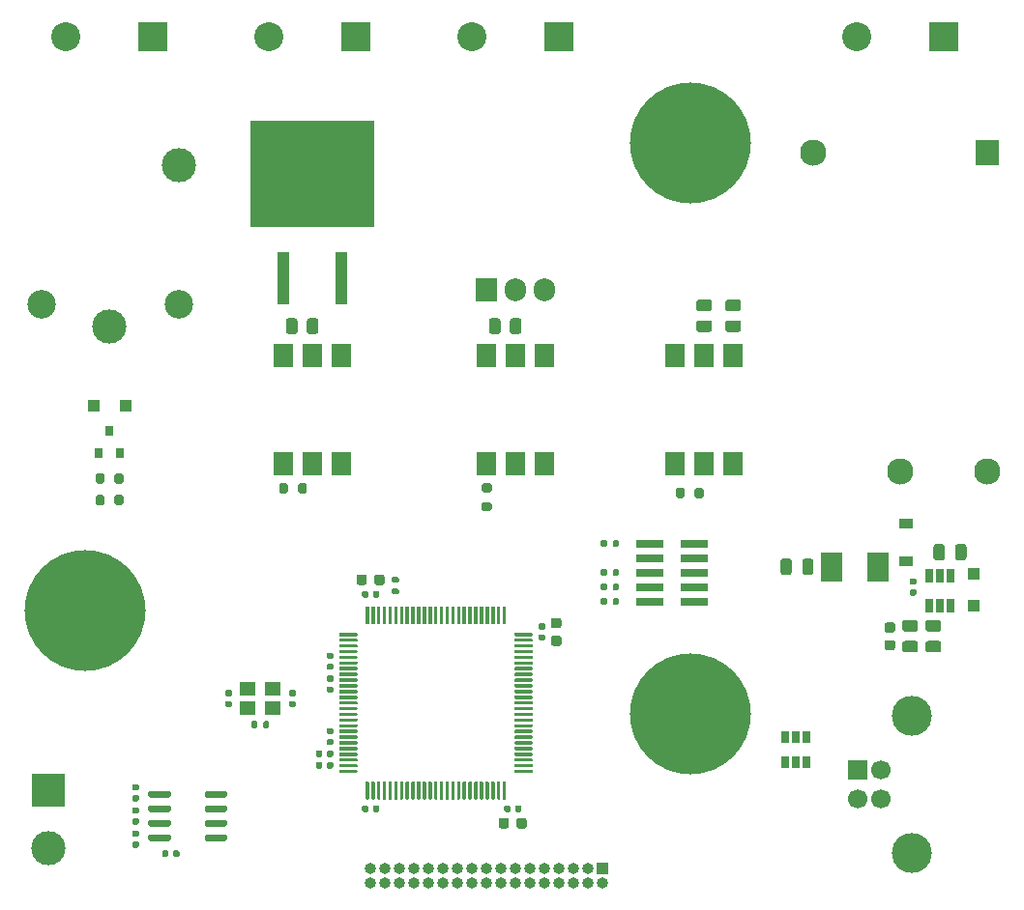
<source format=gbr>
%TF.GenerationSoftware,KiCad,Pcbnew,(5.1.7)-1*%
%TF.CreationDate,2021-04-04T08:26:08+02:00*%
%TF.ProjectId,Reflow_Ofen_V2,5265666c-6f77-45f4-9f66-656e5f56322e,rev?*%
%TF.SameCoordinates,Original*%
%TF.FileFunction,Soldermask,Top*%
%TF.FilePolarity,Negative*%
%FSLAX46Y46*%
G04 Gerber Fmt 4.6, Leading zero omitted, Abs format (unit mm)*
G04 Created by KiCad (PCBNEW (5.1.7)-1) date 2021-04-04 08:26:08*
%MOMM*%
%LPD*%
G01*
G04 APERTURE LIST*
%ADD10O,1.000000X1.000000*%
%ADD11R,1.000000X1.000000*%
%ADD12C,2.500000*%
%ADD13C,3.000000*%
%ADD14R,1.700000X1.700000*%
%ADD15C,1.700000*%
%ADD16C,3.500000*%
%ADD17R,2.400000X0.740000*%
%ADD18R,2.540000X2.540000*%
%ADD19C,2.540000*%
%ADD20R,1.100000X1.100000*%
%ADD21R,1.200000X0.900000*%
%ADD22R,1.905000X2.000000*%
%ADD23O,1.905000X2.000000*%
%ADD24R,1.100000X4.600000*%
%ADD25R,10.800000X9.400000*%
%ADD26R,0.650000X1.060000*%
%ADD27C,10.600000*%
%ADD28C,0.900000*%
%ADD29R,1.900000X2.500000*%
%ADD30C,2.300000*%
%ADD31R,2.000000X2.300000*%
%ADD32R,0.800000X0.900000*%
%ADD33R,3.000000X3.000000*%
%ADD34R,0.650000X1.220000*%
%ADD35R,1.780000X2.000000*%
%ADD36R,1.400000X1.200000*%
G04 APERTURE END LIST*
D10*
%TO.C,J1*%
X80010000Y-114808000D03*
X80010000Y-113538000D03*
X81280000Y-114808000D03*
X81280000Y-113538000D03*
X82550000Y-114808000D03*
X82550000Y-113538000D03*
X83820000Y-114808000D03*
X83820000Y-113538000D03*
X85090000Y-114808000D03*
X85090000Y-113538000D03*
X86360000Y-114808000D03*
X86360000Y-113538000D03*
X87630000Y-114808000D03*
X87630000Y-113538000D03*
X88900000Y-114808000D03*
X88900000Y-113538000D03*
X90170000Y-114808000D03*
X90170000Y-113538000D03*
X91440000Y-114808000D03*
X91440000Y-113538000D03*
X92710000Y-114808000D03*
X92710000Y-113538000D03*
X93980000Y-114808000D03*
X93980000Y-113538000D03*
X95250000Y-114808000D03*
X95250000Y-113538000D03*
X96520000Y-114808000D03*
X96520000Y-113538000D03*
X97790000Y-114808000D03*
X97790000Y-113538000D03*
X99060000Y-114808000D03*
X99060000Y-113538000D03*
X100330000Y-114808000D03*
D11*
X100330000Y-113538000D03*
%TD*%
%TO.C,MCU1*%
G36*
G01*
X77250000Y-93135000D02*
X77250000Y-92985000D01*
G75*
G02*
X77325000Y-92910000I75000J0D01*
G01*
X78775000Y-92910000D01*
G75*
G02*
X78850000Y-92985000I0J-75000D01*
G01*
X78850000Y-93135000D01*
G75*
G02*
X78775000Y-93210000I-75000J0D01*
G01*
X77325000Y-93210000D01*
G75*
G02*
X77250000Y-93135000I0J75000D01*
G01*
G37*
G36*
G01*
X77250000Y-93635000D02*
X77250000Y-93485000D01*
G75*
G02*
X77325000Y-93410000I75000J0D01*
G01*
X78775000Y-93410000D01*
G75*
G02*
X78850000Y-93485000I0J-75000D01*
G01*
X78850000Y-93635000D01*
G75*
G02*
X78775000Y-93710000I-75000J0D01*
G01*
X77325000Y-93710000D01*
G75*
G02*
X77250000Y-93635000I0J75000D01*
G01*
G37*
G36*
G01*
X77250000Y-94135000D02*
X77250000Y-93985000D01*
G75*
G02*
X77325000Y-93910000I75000J0D01*
G01*
X78775000Y-93910000D01*
G75*
G02*
X78850000Y-93985000I0J-75000D01*
G01*
X78850000Y-94135000D01*
G75*
G02*
X78775000Y-94210000I-75000J0D01*
G01*
X77325000Y-94210000D01*
G75*
G02*
X77250000Y-94135000I0J75000D01*
G01*
G37*
G36*
G01*
X77250000Y-94635000D02*
X77250000Y-94485000D01*
G75*
G02*
X77325000Y-94410000I75000J0D01*
G01*
X78775000Y-94410000D01*
G75*
G02*
X78850000Y-94485000I0J-75000D01*
G01*
X78850000Y-94635000D01*
G75*
G02*
X78775000Y-94710000I-75000J0D01*
G01*
X77325000Y-94710000D01*
G75*
G02*
X77250000Y-94635000I0J75000D01*
G01*
G37*
G36*
G01*
X77250000Y-95135000D02*
X77250000Y-94985000D01*
G75*
G02*
X77325000Y-94910000I75000J0D01*
G01*
X78775000Y-94910000D01*
G75*
G02*
X78850000Y-94985000I0J-75000D01*
G01*
X78850000Y-95135000D01*
G75*
G02*
X78775000Y-95210000I-75000J0D01*
G01*
X77325000Y-95210000D01*
G75*
G02*
X77250000Y-95135000I0J75000D01*
G01*
G37*
G36*
G01*
X77250000Y-95635000D02*
X77250000Y-95485000D01*
G75*
G02*
X77325000Y-95410000I75000J0D01*
G01*
X78775000Y-95410000D01*
G75*
G02*
X78850000Y-95485000I0J-75000D01*
G01*
X78850000Y-95635000D01*
G75*
G02*
X78775000Y-95710000I-75000J0D01*
G01*
X77325000Y-95710000D01*
G75*
G02*
X77250000Y-95635000I0J75000D01*
G01*
G37*
G36*
G01*
X77250000Y-96135000D02*
X77250000Y-95985000D01*
G75*
G02*
X77325000Y-95910000I75000J0D01*
G01*
X78775000Y-95910000D01*
G75*
G02*
X78850000Y-95985000I0J-75000D01*
G01*
X78850000Y-96135000D01*
G75*
G02*
X78775000Y-96210000I-75000J0D01*
G01*
X77325000Y-96210000D01*
G75*
G02*
X77250000Y-96135000I0J75000D01*
G01*
G37*
G36*
G01*
X77250000Y-96635000D02*
X77250000Y-96485000D01*
G75*
G02*
X77325000Y-96410000I75000J0D01*
G01*
X78775000Y-96410000D01*
G75*
G02*
X78850000Y-96485000I0J-75000D01*
G01*
X78850000Y-96635000D01*
G75*
G02*
X78775000Y-96710000I-75000J0D01*
G01*
X77325000Y-96710000D01*
G75*
G02*
X77250000Y-96635000I0J75000D01*
G01*
G37*
G36*
G01*
X77250000Y-97135000D02*
X77250000Y-96985000D01*
G75*
G02*
X77325000Y-96910000I75000J0D01*
G01*
X78775000Y-96910000D01*
G75*
G02*
X78850000Y-96985000I0J-75000D01*
G01*
X78850000Y-97135000D01*
G75*
G02*
X78775000Y-97210000I-75000J0D01*
G01*
X77325000Y-97210000D01*
G75*
G02*
X77250000Y-97135000I0J75000D01*
G01*
G37*
G36*
G01*
X77250000Y-97635000D02*
X77250000Y-97485000D01*
G75*
G02*
X77325000Y-97410000I75000J0D01*
G01*
X78775000Y-97410000D01*
G75*
G02*
X78850000Y-97485000I0J-75000D01*
G01*
X78850000Y-97635000D01*
G75*
G02*
X78775000Y-97710000I-75000J0D01*
G01*
X77325000Y-97710000D01*
G75*
G02*
X77250000Y-97635000I0J75000D01*
G01*
G37*
G36*
G01*
X77250000Y-98135000D02*
X77250000Y-97985000D01*
G75*
G02*
X77325000Y-97910000I75000J0D01*
G01*
X78775000Y-97910000D01*
G75*
G02*
X78850000Y-97985000I0J-75000D01*
G01*
X78850000Y-98135000D01*
G75*
G02*
X78775000Y-98210000I-75000J0D01*
G01*
X77325000Y-98210000D01*
G75*
G02*
X77250000Y-98135000I0J75000D01*
G01*
G37*
G36*
G01*
X77250000Y-98635000D02*
X77250000Y-98485000D01*
G75*
G02*
X77325000Y-98410000I75000J0D01*
G01*
X78775000Y-98410000D01*
G75*
G02*
X78850000Y-98485000I0J-75000D01*
G01*
X78850000Y-98635000D01*
G75*
G02*
X78775000Y-98710000I-75000J0D01*
G01*
X77325000Y-98710000D01*
G75*
G02*
X77250000Y-98635000I0J75000D01*
G01*
G37*
G36*
G01*
X77250000Y-99135000D02*
X77250000Y-98985000D01*
G75*
G02*
X77325000Y-98910000I75000J0D01*
G01*
X78775000Y-98910000D01*
G75*
G02*
X78850000Y-98985000I0J-75000D01*
G01*
X78850000Y-99135000D01*
G75*
G02*
X78775000Y-99210000I-75000J0D01*
G01*
X77325000Y-99210000D01*
G75*
G02*
X77250000Y-99135000I0J75000D01*
G01*
G37*
G36*
G01*
X77250000Y-99635000D02*
X77250000Y-99485000D01*
G75*
G02*
X77325000Y-99410000I75000J0D01*
G01*
X78775000Y-99410000D01*
G75*
G02*
X78850000Y-99485000I0J-75000D01*
G01*
X78850000Y-99635000D01*
G75*
G02*
X78775000Y-99710000I-75000J0D01*
G01*
X77325000Y-99710000D01*
G75*
G02*
X77250000Y-99635000I0J75000D01*
G01*
G37*
G36*
G01*
X77250000Y-100135000D02*
X77250000Y-99985000D01*
G75*
G02*
X77325000Y-99910000I75000J0D01*
G01*
X78775000Y-99910000D01*
G75*
G02*
X78850000Y-99985000I0J-75000D01*
G01*
X78850000Y-100135000D01*
G75*
G02*
X78775000Y-100210000I-75000J0D01*
G01*
X77325000Y-100210000D01*
G75*
G02*
X77250000Y-100135000I0J75000D01*
G01*
G37*
G36*
G01*
X77250000Y-100635000D02*
X77250000Y-100485000D01*
G75*
G02*
X77325000Y-100410000I75000J0D01*
G01*
X78775000Y-100410000D01*
G75*
G02*
X78850000Y-100485000I0J-75000D01*
G01*
X78850000Y-100635000D01*
G75*
G02*
X78775000Y-100710000I-75000J0D01*
G01*
X77325000Y-100710000D01*
G75*
G02*
X77250000Y-100635000I0J75000D01*
G01*
G37*
G36*
G01*
X77250000Y-101135000D02*
X77250000Y-100985000D01*
G75*
G02*
X77325000Y-100910000I75000J0D01*
G01*
X78775000Y-100910000D01*
G75*
G02*
X78850000Y-100985000I0J-75000D01*
G01*
X78850000Y-101135000D01*
G75*
G02*
X78775000Y-101210000I-75000J0D01*
G01*
X77325000Y-101210000D01*
G75*
G02*
X77250000Y-101135000I0J75000D01*
G01*
G37*
G36*
G01*
X77250000Y-101635000D02*
X77250000Y-101485000D01*
G75*
G02*
X77325000Y-101410000I75000J0D01*
G01*
X78775000Y-101410000D01*
G75*
G02*
X78850000Y-101485000I0J-75000D01*
G01*
X78850000Y-101635000D01*
G75*
G02*
X78775000Y-101710000I-75000J0D01*
G01*
X77325000Y-101710000D01*
G75*
G02*
X77250000Y-101635000I0J75000D01*
G01*
G37*
G36*
G01*
X77250000Y-102135000D02*
X77250000Y-101985000D01*
G75*
G02*
X77325000Y-101910000I75000J0D01*
G01*
X78775000Y-101910000D01*
G75*
G02*
X78850000Y-101985000I0J-75000D01*
G01*
X78850000Y-102135000D01*
G75*
G02*
X78775000Y-102210000I-75000J0D01*
G01*
X77325000Y-102210000D01*
G75*
G02*
X77250000Y-102135000I0J75000D01*
G01*
G37*
G36*
G01*
X77250000Y-102635000D02*
X77250000Y-102485000D01*
G75*
G02*
X77325000Y-102410000I75000J0D01*
G01*
X78775000Y-102410000D01*
G75*
G02*
X78850000Y-102485000I0J-75000D01*
G01*
X78850000Y-102635000D01*
G75*
G02*
X78775000Y-102710000I-75000J0D01*
G01*
X77325000Y-102710000D01*
G75*
G02*
X77250000Y-102635000I0J75000D01*
G01*
G37*
G36*
G01*
X77250000Y-103135000D02*
X77250000Y-102985000D01*
G75*
G02*
X77325000Y-102910000I75000J0D01*
G01*
X78775000Y-102910000D01*
G75*
G02*
X78850000Y-102985000I0J-75000D01*
G01*
X78850000Y-103135000D01*
G75*
G02*
X78775000Y-103210000I-75000J0D01*
G01*
X77325000Y-103210000D01*
G75*
G02*
X77250000Y-103135000I0J75000D01*
G01*
G37*
G36*
G01*
X77250000Y-103635000D02*
X77250000Y-103485000D01*
G75*
G02*
X77325000Y-103410000I75000J0D01*
G01*
X78775000Y-103410000D01*
G75*
G02*
X78850000Y-103485000I0J-75000D01*
G01*
X78850000Y-103635000D01*
G75*
G02*
X78775000Y-103710000I-75000J0D01*
G01*
X77325000Y-103710000D01*
G75*
G02*
X77250000Y-103635000I0J75000D01*
G01*
G37*
G36*
G01*
X77250000Y-104135000D02*
X77250000Y-103985000D01*
G75*
G02*
X77325000Y-103910000I75000J0D01*
G01*
X78775000Y-103910000D01*
G75*
G02*
X78850000Y-103985000I0J-75000D01*
G01*
X78850000Y-104135000D01*
G75*
G02*
X78775000Y-104210000I-75000J0D01*
G01*
X77325000Y-104210000D01*
G75*
G02*
X77250000Y-104135000I0J75000D01*
G01*
G37*
G36*
G01*
X77250000Y-104635000D02*
X77250000Y-104485000D01*
G75*
G02*
X77325000Y-104410000I75000J0D01*
G01*
X78775000Y-104410000D01*
G75*
G02*
X78850000Y-104485000I0J-75000D01*
G01*
X78850000Y-104635000D01*
G75*
G02*
X78775000Y-104710000I-75000J0D01*
G01*
X77325000Y-104710000D01*
G75*
G02*
X77250000Y-104635000I0J75000D01*
G01*
G37*
G36*
G01*
X77250000Y-105135000D02*
X77250000Y-104985000D01*
G75*
G02*
X77325000Y-104910000I75000J0D01*
G01*
X78775000Y-104910000D01*
G75*
G02*
X78850000Y-104985000I0J-75000D01*
G01*
X78850000Y-105135000D01*
G75*
G02*
X78775000Y-105210000I-75000J0D01*
G01*
X77325000Y-105210000D01*
G75*
G02*
X77250000Y-105135000I0J75000D01*
G01*
G37*
G36*
G01*
X79575000Y-107460000D02*
X79575000Y-106010000D01*
G75*
G02*
X79650000Y-105935000I75000J0D01*
G01*
X79800000Y-105935000D01*
G75*
G02*
X79875000Y-106010000I0J-75000D01*
G01*
X79875000Y-107460000D01*
G75*
G02*
X79800000Y-107535000I-75000J0D01*
G01*
X79650000Y-107535000D01*
G75*
G02*
X79575000Y-107460000I0J75000D01*
G01*
G37*
G36*
G01*
X80075000Y-107460000D02*
X80075000Y-106010000D01*
G75*
G02*
X80150000Y-105935000I75000J0D01*
G01*
X80300000Y-105935000D01*
G75*
G02*
X80375000Y-106010000I0J-75000D01*
G01*
X80375000Y-107460000D01*
G75*
G02*
X80300000Y-107535000I-75000J0D01*
G01*
X80150000Y-107535000D01*
G75*
G02*
X80075000Y-107460000I0J75000D01*
G01*
G37*
G36*
G01*
X80575000Y-107460000D02*
X80575000Y-106010000D01*
G75*
G02*
X80650000Y-105935000I75000J0D01*
G01*
X80800000Y-105935000D01*
G75*
G02*
X80875000Y-106010000I0J-75000D01*
G01*
X80875000Y-107460000D01*
G75*
G02*
X80800000Y-107535000I-75000J0D01*
G01*
X80650000Y-107535000D01*
G75*
G02*
X80575000Y-107460000I0J75000D01*
G01*
G37*
G36*
G01*
X81075000Y-107460000D02*
X81075000Y-106010000D01*
G75*
G02*
X81150000Y-105935000I75000J0D01*
G01*
X81300000Y-105935000D01*
G75*
G02*
X81375000Y-106010000I0J-75000D01*
G01*
X81375000Y-107460000D01*
G75*
G02*
X81300000Y-107535000I-75000J0D01*
G01*
X81150000Y-107535000D01*
G75*
G02*
X81075000Y-107460000I0J75000D01*
G01*
G37*
G36*
G01*
X81575000Y-107460000D02*
X81575000Y-106010000D01*
G75*
G02*
X81650000Y-105935000I75000J0D01*
G01*
X81800000Y-105935000D01*
G75*
G02*
X81875000Y-106010000I0J-75000D01*
G01*
X81875000Y-107460000D01*
G75*
G02*
X81800000Y-107535000I-75000J0D01*
G01*
X81650000Y-107535000D01*
G75*
G02*
X81575000Y-107460000I0J75000D01*
G01*
G37*
G36*
G01*
X82075000Y-107460000D02*
X82075000Y-106010000D01*
G75*
G02*
X82150000Y-105935000I75000J0D01*
G01*
X82300000Y-105935000D01*
G75*
G02*
X82375000Y-106010000I0J-75000D01*
G01*
X82375000Y-107460000D01*
G75*
G02*
X82300000Y-107535000I-75000J0D01*
G01*
X82150000Y-107535000D01*
G75*
G02*
X82075000Y-107460000I0J75000D01*
G01*
G37*
G36*
G01*
X82575000Y-107460000D02*
X82575000Y-106010000D01*
G75*
G02*
X82650000Y-105935000I75000J0D01*
G01*
X82800000Y-105935000D01*
G75*
G02*
X82875000Y-106010000I0J-75000D01*
G01*
X82875000Y-107460000D01*
G75*
G02*
X82800000Y-107535000I-75000J0D01*
G01*
X82650000Y-107535000D01*
G75*
G02*
X82575000Y-107460000I0J75000D01*
G01*
G37*
G36*
G01*
X83075000Y-107460000D02*
X83075000Y-106010000D01*
G75*
G02*
X83150000Y-105935000I75000J0D01*
G01*
X83300000Y-105935000D01*
G75*
G02*
X83375000Y-106010000I0J-75000D01*
G01*
X83375000Y-107460000D01*
G75*
G02*
X83300000Y-107535000I-75000J0D01*
G01*
X83150000Y-107535000D01*
G75*
G02*
X83075000Y-107460000I0J75000D01*
G01*
G37*
G36*
G01*
X83575000Y-107460000D02*
X83575000Y-106010000D01*
G75*
G02*
X83650000Y-105935000I75000J0D01*
G01*
X83800000Y-105935000D01*
G75*
G02*
X83875000Y-106010000I0J-75000D01*
G01*
X83875000Y-107460000D01*
G75*
G02*
X83800000Y-107535000I-75000J0D01*
G01*
X83650000Y-107535000D01*
G75*
G02*
X83575000Y-107460000I0J75000D01*
G01*
G37*
G36*
G01*
X84075000Y-107460000D02*
X84075000Y-106010000D01*
G75*
G02*
X84150000Y-105935000I75000J0D01*
G01*
X84300000Y-105935000D01*
G75*
G02*
X84375000Y-106010000I0J-75000D01*
G01*
X84375000Y-107460000D01*
G75*
G02*
X84300000Y-107535000I-75000J0D01*
G01*
X84150000Y-107535000D01*
G75*
G02*
X84075000Y-107460000I0J75000D01*
G01*
G37*
G36*
G01*
X84575000Y-107460000D02*
X84575000Y-106010000D01*
G75*
G02*
X84650000Y-105935000I75000J0D01*
G01*
X84800000Y-105935000D01*
G75*
G02*
X84875000Y-106010000I0J-75000D01*
G01*
X84875000Y-107460000D01*
G75*
G02*
X84800000Y-107535000I-75000J0D01*
G01*
X84650000Y-107535000D01*
G75*
G02*
X84575000Y-107460000I0J75000D01*
G01*
G37*
G36*
G01*
X85075000Y-107460000D02*
X85075000Y-106010000D01*
G75*
G02*
X85150000Y-105935000I75000J0D01*
G01*
X85300000Y-105935000D01*
G75*
G02*
X85375000Y-106010000I0J-75000D01*
G01*
X85375000Y-107460000D01*
G75*
G02*
X85300000Y-107535000I-75000J0D01*
G01*
X85150000Y-107535000D01*
G75*
G02*
X85075000Y-107460000I0J75000D01*
G01*
G37*
G36*
G01*
X85575000Y-107460000D02*
X85575000Y-106010000D01*
G75*
G02*
X85650000Y-105935000I75000J0D01*
G01*
X85800000Y-105935000D01*
G75*
G02*
X85875000Y-106010000I0J-75000D01*
G01*
X85875000Y-107460000D01*
G75*
G02*
X85800000Y-107535000I-75000J0D01*
G01*
X85650000Y-107535000D01*
G75*
G02*
X85575000Y-107460000I0J75000D01*
G01*
G37*
G36*
G01*
X86075000Y-107460000D02*
X86075000Y-106010000D01*
G75*
G02*
X86150000Y-105935000I75000J0D01*
G01*
X86300000Y-105935000D01*
G75*
G02*
X86375000Y-106010000I0J-75000D01*
G01*
X86375000Y-107460000D01*
G75*
G02*
X86300000Y-107535000I-75000J0D01*
G01*
X86150000Y-107535000D01*
G75*
G02*
X86075000Y-107460000I0J75000D01*
G01*
G37*
G36*
G01*
X86575000Y-107460000D02*
X86575000Y-106010000D01*
G75*
G02*
X86650000Y-105935000I75000J0D01*
G01*
X86800000Y-105935000D01*
G75*
G02*
X86875000Y-106010000I0J-75000D01*
G01*
X86875000Y-107460000D01*
G75*
G02*
X86800000Y-107535000I-75000J0D01*
G01*
X86650000Y-107535000D01*
G75*
G02*
X86575000Y-107460000I0J75000D01*
G01*
G37*
G36*
G01*
X87075000Y-107460000D02*
X87075000Y-106010000D01*
G75*
G02*
X87150000Y-105935000I75000J0D01*
G01*
X87300000Y-105935000D01*
G75*
G02*
X87375000Y-106010000I0J-75000D01*
G01*
X87375000Y-107460000D01*
G75*
G02*
X87300000Y-107535000I-75000J0D01*
G01*
X87150000Y-107535000D01*
G75*
G02*
X87075000Y-107460000I0J75000D01*
G01*
G37*
G36*
G01*
X87575000Y-107460000D02*
X87575000Y-106010000D01*
G75*
G02*
X87650000Y-105935000I75000J0D01*
G01*
X87800000Y-105935000D01*
G75*
G02*
X87875000Y-106010000I0J-75000D01*
G01*
X87875000Y-107460000D01*
G75*
G02*
X87800000Y-107535000I-75000J0D01*
G01*
X87650000Y-107535000D01*
G75*
G02*
X87575000Y-107460000I0J75000D01*
G01*
G37*
G36*
G01*
X88075000Y-107460000D02*
X88075000Y-106010000D01*
G75*
G02*
X88150000Y-105935000I75000J0D01*
G01*
X88300000Y-105935000D01*
G75*
G02*
X88375000Y-106010000I0J-75000D01*
G01*
X88375000Y-107460000D01*
G75*
G02*
X88300000Y-107535000I-75000J0D01*
G01*
X88150000Y-107535000D01*
G75*
G02*
X88075000Y-107460000I0J75000D01*
G01*
G37*
G36*
G01*
X88575000Y-107460000D02*
X88575000Y-106010000D01*
G75*
G02*
X88650000Y-105935000I75000J0D01*
G01*
X88800000Y-105935000D01*
G75*
G02*
X88875000Y-106010000I0J-75000D01*
G01*
X88875000Y-107460000D01*
G75*
G02*
X88800000Y-107535000I-75000J0D01*
G01*
X88650000Y-107535000D01*
G75*
G02*
X88575000Y-107460000I0J75000D01*
G01*
G37*
G36*
G01*
X89075000Y-107460000D02*
X89075000Y-106010000D01*
G75*
G02*
X89150000Y-105935000I75000J0D01*
G01*
X89300000Y-105935000D01*
G75*
G02*
X89375000Y-106010000I0J-75000D01*
G01*
X89375000Y-107460000D01*
G75*
G02*
X89300000Y-107535000I-75000J0D01*
G01*
X89150000Y-107535000D01*
G75*
G02*
X89075000Y-107460000I0J75000D01*
G01*
G37*
G36*
G01*
X89575000Y-107460000D02*
X89575000Y-106010000D01*
G75*
G02*
X89650000Y-105935000I75000J0D01*
G01*
X89800000Y-105935000D01*
G75*
G02*
X89875000Y-106010000I0J-75000D01*
G01*
X89875000Y-107460000D01*
G75*
G02*
X89800000Y-107535000I-75000J0D01*
G01*
X89650000Y-107535000D01*
G75*
G02*
X89575000Y-107460000I0J75000D01*
G01*
G37*
G36*
G01*
X90075000Y-107460000D02*
X90075000Y-106010000D01*
G75*
G02*
X90150000Y-105935000I75000J0D01*
G01*
X90300000Y-105935000D01*
G75*
G02*
X90375000Y-106010000I0J-75000D01*
G01*
X90375000Y-107460000D01*
G75*
G02*
X90300000Y-107535000I-75000J0D01*
G01*
X90150000Y-107535000D01*
G75*
G02*
X90075000Y-107460000I0J75000D01*
G01*
G37*
G36*
G01*
X90575000Y-107460000D02*
X90575000Y-106010000D01*
G75*
G02*
X90650000Y-105935000I75000J0D01*
G01*
X90800000Y-105935000D01*
G75*
G02*
X90875000Y-106010000I0J-75000D01*
G01*
X90875000Y-107460000D01*
G75*
G02*
X90800000Y-107535000I-75000J0D01*
G01*
X90650000Y-107535000D01*
G75*
G02*
X90575000Y-107460000I0J75000D01*
G01*
G37*
G36*
G01*
X91075000Y-107460000D02*
X91075000Y-106010000D01*
G75*
G02*
X91150000Y-105935000I75000J0D01*
G01*
X91300000Y-105935000D01*
G75*
G02*
X91375000Y-106010000I0J-75000D01*
G01*
X91375000Y-107460000D01*
G75*
G02*
X91300000Y-107535000I-75000J0D01*
G01*
X91150000Y-107535000D01*
G75*
G02*
X91075000Y-107460000I0J75000D01*
G01*
G37*
G36*
G01*
X91575000Y-107460000D02*
X91575000Y-106010000D01*
G75*
G02*
X91650000Y-105935000I75000J0D01*
G01*
X91800000Y-105935000D01*
G75*
G02*
X91875000Y-106010000I0J-75000D01*
G01*
X91875000Y-107460000D01*
G75*
G02*
X91800000Y-107535000I-75000J0D01*
G01*
X91650000Y-107535000D01*
G75*
G02*
X91575000Y-107460000I0J75000D01*
G01*
G37*
G36*
G01*
X92600000Y-105135000D02*
X92600000Y-104985000D01*
G75*
G02*
X92675000Y-104910000I75000J0D01*
G01*
X94125000Y-104910000D01*
G75*
G02*
X94200000Y-104985000I0J-75000D01*
G01*
X94200000Y-105135000D01*
G75*
G02*
X94125000Y-105210000I-75000J0D01*
G01*
X92675000Y-105210000D01*
G75*
G02*
X92600000Y-105135000I0J75000D01*
G01*
G37*
G36*
G01*
X92600000Y-104635000D02*
X92600000Y-104485000D01*
G75*
G02*
X92675000Y-104410000I75000J0D01*
G01*
X94125000Y-104410000D01*
G75*
G02*
X94200000Y-104485000I0J-75000D01*
G01*
X94200000Y-104635000D01*
G75*
G02*
X94125000Y-104710000I-75000J0D01*
G01*
X92675000Y-104710000D01*
G75*
G02*
X92600000Y-104635000I0J75000D01*
G01*
G37*
G36*
G01*
X92600000Y-104135000D02*
X92600000Y-103985000D01*
G75*
G02*
X92675000Y-103910000I75000J0D01*
G01*
X94125000Y-103910000D01*
G75*
G02*
X94200000Y-103985000I0J-75000D01*
G01*
X94200000Y-104135000D01*
G75*
G02*
X94125000Y-104210000I-75000J0D01*
G01*
X92675000Y-104210000D01*
G75*
G02*
X92600000Y-104135000I0J75000D01*
G01*
G37*
G36*
G01*
X92600000Y-103635000D02*
X92600000Y-103485000D01*
G75*
G02*
X92675000Y-103410000I75000J0D01*
G01*
X94125000Y-103410000D01*
G75*
G02*
X94200000Y-103485000I0J-75000D01*
G01*
X94200000Y-103635000D01*
G75*
G02*
X94125000Y-103710000I-75000J0D01*
G01*
X92675000Y-103710000D01*
G75*
G02*
X92600000Y-103635000I0J75000D01*
G01*
G37*
G36*
G01*
X92600000Y-103135000D02*
X92600000Y-102985000D01*
G75*
G02*
X92675000Y-102910000I75000J0D01*
G01*
X94125000Y-102910000D01*
G75*
G02*
X94200000Y-102985000I0J-75000D01*
G01*
X94200000Y-103135000D01*
G75*
G02*
X94125000Y-103210000I-75000J0D01*
G01*
X92675000Y-103210000D01*
G75*
G02*
X92600000Y-103135000I0J75000D01*
G01*
G37*
G36*
G01*
X92600000Y-102635000D02*
X92600000Y-102485000D01*
G75*
G02*
X92675000Y-102410000I75000J0D01*
G01*
X94125000Y-102410000D01*
G75*
G02*
X94200000Y-102485000I0J-75000D01*
G01*
X94200000Y-102635000D01*
G75*
G02*
X94125000Y-102710000I-75000J0D01*
G01*
X92675000Y-102710000D01*
G75*
G02*
X92600000Y-102635000I0J75000D01*
G01*
G37*
G36*
G01*
X92600000Y-102135000D02*
X92600000Y-101985000D01*
G75*
G02*
X92675000Y-101910000I75000J0D01*
G01*
X94125000Y-101910000D01*
G75*
G02*
X94200000Y-101985000I0J-75000D01*
G01*
X94200000Y-102135000D01*
G75*
G02*
X94125000Y-102210000I-75000J0D01*
G01*
X92675000Y-102210000D01*
G75*
G02*
X92600000Y-102135000I0J75000D01*
G01*
G37*
G36*
G01*
X92600000Y-101635000D02*
X92600000Y-101485000D01*
G75*
G02*
X92675000Y-101410000I75000J0D01*
G01*
X94125000Y-101410000D01*
G75*
G02*
X94200000Y-101485000I0J-75000D01*
G01*
X94200000Y-101635000D01*
G75*
G02*
X94125000Y-101710000I-75000J0D01*
G01*
X92675000Y-101710000D01*
G75*
G02*
X92600000Y-101635000I0J75000D01*
G01*
G37*
G36*
G01*
X92600000Y-101135000D02*
X92600000Y-100985000D01*
G75*
G02*
X92675000Y-100910000I75000J0D01*
G01*
X94125000Y-100910000D01*
G75*
G02*
X94200000Y-100985000I0J-75000D01*
G01*
X94200000Y-101135000D01*
G75*
G02*
X94125000Y-101210000I-75000J0D01*
G01*
X92675000Y-101210000D01*
G75*
G02*
X92600000Y-101135000I0J75000D01*
G01*
G37*
G36*
G01*
X92600000Y-100635000D02*
X92600000Y-100485000D01*
G75*
G02*
X92675000Y-100410000I75000J0D01*
G01*
X94125000Y-100410000D01*
G75*
G02*
X94200000Y-100485000I0J-75000D01*
G01*
X94200000Y-100635000D01*
G75*
G02*
X94125000Y-100710000I-75000J0D01*
G01*
X92675000Y-100710000D01*
G75*
G02*
X92600000Y-100635000I0J75000D01*
G01*
G37*
G36*
G01*
X92600000Y-100135000D02*
X92600000Y-99985000D01*
G75*
G02*
X92675000Y-99910000I75000J0D01*
G01*
X94125000Y-99910000D01*
G75*
G02*
X94200000Y-99985000I0J-75000D01*
G01*
X94200000Y-100135000D01*
G75*
G02*
X94125000Y-100210000I-75000J0D01*
G01*
X92675000Y-100210000D01*
G75*
G02*
X92600000Y-100135000I0J75000D01*
G01*
G37*
G36*
G01*
X92600000Y-99635000D02*
X92600000Y-99485000D01*
G75*
G02*
X92675000Y-99410000I75000J0D01*
G01*
X94125000Y-99410000D01*
G75*
G02*
X94200000Y-99485000I0J-75000D01*
G01*
X94200000Y-99635000D01*
G75*
G02*
X94125000Y-99710000I-75000J0D01*
G01*
X92675000Y-99710000D01*
G75*
G02*
X92600000Y-99635000I0J75000D01*
G01*
G37*
G36*
G01*
X92600000Y-99135000D02*
X92600000Y-98985000D01*
G75*
G02*
X92675000Y-98910000I75000J0D01*
G01*
X94125000Y-98910000D01*
G75*
G02*
X94200000Y-98985000I0J-75000D01*
G01*
X94200000Y-99135000D01*
G75*
G02*
X94125000Y-99210000I-75000J0D01*
G01*
X92675000Y-99210000D01*
G75*
G02*
X92600000Y-99135000I0J75000D01*
G01*
G37*
G36*
G01*
X92600000Y-98635000D02*
X92600000Y-98485000D01*
G75*
G02*
X92675000Y-98410000I75000J0D01*
G01*
X94125000Y-98410000D01*
G75*
G02*
X94200000Y-98485000I0J-75000D01*
G01*
X94200000Y-98635000D01*
G75*
G02*
X94125000Y-98710000I-75000J0D01*
G01*
X92675000Y-98710000D01*
G75*
G02*
X92600000Y-98635000I0J75000D01*
G01*
G37*
G36*
G01*
X92600000Y-98135000D02*
X92600000Y-97985000D01*
G75*
G02*
X92675000Y-97910000I75000J0D01*
G01*
X94125000Y-97910000D01*
G75*
G02*
X94200000Y-97985000I0J-75000D01*
G01*
X94200000Y-98135000D01*
G75*
G02*
X94125000Y-98210000I-75000J0D01*
G01*
X92675000Y-98210000D01*
G75*
G02*
X92600000Y-98135000I0J75000D01*
G01*
G37*
G36*
G01*
X92600000Y-97635000D02*
X92600000Y-97485000D01*
G75*
G02*
X92675000Y-97410000I75000J0D01*
G01*
X94125000Y-97410000D01*
G75*
G02*
X94200000Y-97485000I0J-75000D01*
G01*
X94200000Y-97635000D01*
G75*
G02*
X94125000Y-97710000I-75000J0D01*
G01*
X92675000Y-97710000D01*
G75*
G02*
X92600000Y-97635000I0J75000D01*
G01*
G37*
G36*
G01*
X92600000Y-97135000D02*
X92600000Y-96985000D01*
G75*
G02*
X92675000Y-96910000I75000J0D01*
G01*
X94125000Y-96910000D01*
G75*
G02*
X94200000Y-96985000I0J-75000D01*
G01*
X94200000Y-97135000D01*
G75*
G02*
X94125000Y-97210000I-75000J0D01*
G01*
X92675000Y-97210000D01*
G75*
G02*
X92600000Y-97135000I0J75000D01*
G01*
G37*
G36*
G01*
X92600000Y-96635000D02*
X92600000Y-96485000D01*
G75*
G02*
X92675000Y-96410000I75000J0D01*
G01*
X94125000Y-96410000D01*
G75*
G02*
X94200000Y-96485000I0J-75000D01*
G01*
X94200000Y-96635000D01*
G75*
G02*
X94125000Y-96710000I-75000J0D01*
G01*
X92675000Y-96710000D01*
G75*
G02*
X92600000Y-96635000I0J75000D01*
G01*
G37*
G36*
G01*
X92600000Y-96135000D02*
X92600000Y-95985000D01*
G75*
G02*
X92675000Y-95910000I75000J0D01*
G01*
X94125000Y-95910000D01*
G75*
G02*
X94200000Y-95985000I0J-75000D01*
G01*
X94200000Y-96135000D01*
G75*
G02*
X94125000Y-96210000I-75000J0D01*
G01*
X92675000Y-96210000D01*
G75*
G02*
X92600000Y-96135000I0J75000D01*
G01*
G37*
G36*
G01*
X92600000Y-95635000D02*
X92600000Y-95485000D01*
G75*
G02*
X92675000Y-95410000I75000J0D01*
G01*
X94125000Y-95410000D01*
G75*
G02*
X94200000Y-95485000I0J-75000D01*
G01*
X94200000Y-95635000D01*
G75*
G02*
X94125000Y-95710000I-75000J0D01*
G01*
X92675000Y-95710000D01*
G75*
G02*
X92600000Y-95635000I0J75000D01*
G01*
G37*
G36*
G01*
X92600000Y-95135000D02*
X92600000Y-94985000D01*
G75*
G02*
X92675000Y-94910000I75000J0D01*
G01*
X94125000Y-94910000D01*
G75*
G02*
X94200000Y-94985000I0J-75000D01*
G01*
X94200000Y-95135000D01*
G75*
G02*
X94125000Y-95210000I-75000J0D01*
G01*
X92675000Y-95210000D01*
G75*
G02*
X92600000Y-95135000I0J75000D01*
G01*
G37*
G36*
G01*
X92600000Y-94635000D02*
X92600000Y-94485000D01*
G75*
G02*
X92675000Y-94410000I75000J0D01*
G01*
X94125000Y-94410000D01*
G75*
G02*
X94200000Y-94485000I0J-75000D01*
G01*
X94200000Y-94635000D01*
G75*
G02*
X94125000Y-94710000I-75000J0D01*
G01*
X92675000Y-94710000D01*
G75*
G02*
X92600000Y-94635000I0J75000D01*
G01*
G37*
G36*
G01*
X92600000Y-94135000D02*
X92600000Y-93985000D01*
G75*
G02*
X92675000Y-93910000I75000J0D01*
G01*
X94125000Y-93910000D01*
G75*
G02*
X94200000Y-93985000I0J-75000D01*
G01*
X94200000Y-94135000D01*
G75*
G02*
X94125000Y-94210000I-75000J0D01*
G01*
X92675000Y-94210000D01*
G75*
G02*
X92600000Y-94135000I0J75000D01*
G01*
G37*
G36*
G01*
X92600000Y-93635000D02*
X92600000Y-93485000D01*
G75*
G02*
X92675000Y-93410000I75000J0D01*
G01*
X94125000Y-93410000D01*
G75*
G02*
X94200000Y-93485000I0J-75000D01*
G01*
X94200000Y-93635000D01*
G75*
G02*
X94125000Y-93710000I-75000J0D01*
G01*
X92675000Y-93710000D01*
G75*
G02*
X92600000Y-93635000I0J75000D01*
G01*
G37*
G36*
G01*
X92600000Y-93135000D02*
X92600000Y-92985000D01*
G75*
G02*
X92675000Y-92910000I75000J0D01*
G01*
X94125000Y-92910000D01*
G75*
G02*
X94200000Y-92985000I0J-75000D01*
G01*
X94200000Y-93135000D01*
G75*
G02*
X94125000Y-93210000I-75000J0D01*
G01*
X92675000Y-93210000D01*
G75*
G02*
X92600000Y-93135000I0J75000D01*
G01*
G37*
G36*
G01*
X91575000Y-92110000D02*
X91575000Y-90660000D01*
G75*
G02*
X91650000Y-90585000I75000J0D01*
G01*
X91800000Y-90585000D01*
G75*
G02*
X91875000Y-90660000I0J-75000D01*
G01*
X91875000Y-92110000D01*
G75*
G02*
X91800000Y-92185000I-75000J0D01*
G01*
X91650000Y-92185000D01*
G75*
G02*
X91575000Y-92110000I0J75000D01*
G01*
G37*
G36*
G01*
X91075000Y-92110000D02*
X91075000Y-90660000D01*
G75*
G02*
X91150000Y-90585000I75000J0D01*
G01*
X91300000Y-90585000D01*
G75*
G02*
X91375000Y-90660000I0J-75000D01*
G01*
X91375000Y-92110000D01*
G75*
G02*
X91300000Y-92185000I-75000J0D01*
G01*
X91150000Y-92185000D01*
G75*
G02*
X91075000Y-92110000I0J75000D01*
G01*
G37*
G36*
G01*
X90575000Y-92110000D02*
X90575000Y-90660000D01*
G75*
G02*
X90650000Y-90585000I75000J0D01*
G01*
X90800000Y-90585000D01*
G75*
G02*
X90875000Y-90660000I0J-75000D01*
G01*
X90875000Y-92110000D01*
G75*
G02*
X90800000Y-92185000I-75000J0D01*
G01*
X90650000Y-92185000D01*
G75*
G02*
X90575000Y-92110000I0J75000D01*
G01*
G37*
G36*
G01*
X90075000Y-92110000D02*
X90075000Y-90660000D01*
G75*
G02*
X90150000Y-90585000I75000J0D01*
G01*
X90300000Y-90585000D01*
G75*
G02*
X90375000Y-90660000I0J-75000D01*
G01*
X90375000Y-92110000D01*
G75*
G02*
X90300000Y-92185000I-75000J0D01*
G01*
X90150000Y-92185000D01*
G75*
G02*
X90075000Y-92110000I0J75000D01*
G01*
G37*
G36*
G01*
X89575000Y-92110000D02*
X89575000Y-90660000D01*
G75*
G02*
X89650000Y-90585000I75000J0D01*
G01*
X89800000Y-90585000D01*
G75*
G02*
X89875000Y-90660000I0J-75000D01*
G01*
X89875000Y-92110000D01*
G75*
G02*
X89800000Y-92185000I-75000J0D01*
G01*
X89650000Y-92185000D01*
G75*
G02*
X89575000Y-92110000I0J75000D01*
G01*
G37*
G36*
G01*
X89075000Y-92110000D02*
X89075000Y-90660000D01*
G75*
G02*
X89150000Y-90585000I75000J0D01*
G01*
X89300000Y-90585000D01*
G75*
G02*
X89375000Y-90660000I0J-75000D01*
G01*
X89375000Y-92110000D01*
G75*
G02*
X89300000Y-92185000I-75000J0D01*
G01*
X89150000Y-92185000D01*
G75*
G02*
X89075000Y-92110000I0J75000D01*
G01*
G37*
G36*
G01*
X88575000Y-92110000D02*
X88575000Y-90660000D01*
G75*
G02*
X88650000Y-90585000I75000J0D01*
G01*
X88800000Y-90585000D01*
G75*
G02*
X88875000Y-90660000I0J-75000D01*
G01*
X88875000Y-92110000D01*
G75*
G02*
X88800000Y-92185000I-75000J0D01*
G01*
X88650000Y-92185000D01*
G75*
G02*
X88575000Y-92110000I0J75000D01*
G01*
G37*
G36*
G01*
X88075000Y-92110000D02*
X88075000Y-90660000D01*
G75*
G02*
X88150000Y-90585000I75000J0D01*
G01*
X88300000Y-90585000D01*
G75*
G02*
X88375000Y-90660000I0J-75000D01*
G01*
X88375000Y-92110000D01*
G75*
G02*
X88300000Y-92185000I-75000J0D01*
G01*
X88150000Y-92185000D01*
G75*
G02*
X88075000Y-92110000I0J75000D01*
G01*
G37*
G36*
G01*
X87575000Y-92110000D02*
X87575000Y-90660000D01*
G75*
G02*
X87650000Y-90585000I75000J0D01*
G01*
X87800000Y-90585000D01*
G75*
G02*
X87875000Y-90660000I0J-75000D01*
G01*
X87875000Y-92110000D01*
G75*
G02*
X87800000Y-92185000I-75000J0D01*
G01*
X87650000Y-92185000D01*
G75*
G02*
X87575000Y-92110000I0J75000D01*
G01*
G37*
G36*
G01*
X87075000Y-92110000D02*
X87075000Y-90660000D01*
G75*
G02*
X87150000Y-90585000I75000J0D01*
G01*
X87300000Y-90585000D01*
G75*
G02*
X87375000Y-90660000I0J-75000D01*
G01*
X87375000Y-92110000D01*
G75*
G02*
X87300000Y-92185000I-75000J0D01*
G01*
X87150000Y-92185000D01*
G75*
G02*
X87075000Y-92110000I0J75000D01*
G01*
G37*
G36*
G01*
X86575000Y-92110000D02*
X86575000Y-90660000D01*
G75*
G02*
X86650000Y-90585000I75000J0D01*
G01*
X86800000Y-90585000D01*
G75*
G02*
X86875000Y-90660000I0J-75000D01*
G01*
X86875000Y-92110000D01*
G75*
G02*
X86800000Y-92185000I-75000J0D01*
G01*
X86650000Y-92185000D01*
G75*
G02*
X86575000Y-92110000I0J75000D01*
G01*
G37*
G36*
G01*
X86075000Y-92110000D02*
X86075000Y-90660000D01*
G75*
G02*
X86150000Y-90585000I75000J0D01*
G01*
X86300000Y-90585000D01*
G75*
G02*
X86375000Y-90660000I0J-75000D01*
G01*
X86375000Y-92110000D01*
G75*
G02*
X86300000Y-92185000I-75000J0D01*
G01*
X86150000Y-92185000D01*
G75*
G02*
X86075000Y-92110000I0J75000D01*
G01*
G37*
G36*
G01*
X85575000Y-92110000D02*
X85575000Y-90660000D01*
G75*
G02*
X85650000Y-90585000I75000J0D01*
G01*
X85800000Y-90585000D01*
G75*
G02*
X85875000Y-90660000I0J-75000D01*
G01*
X85875000Y-92110000D01*
G75*
G02*
X85800000Y-92185000I-75000J0D01*
G01*
X85650000Y-92185000D01*
G75*
G02*
X85575000Y-92110000I0J75000D01*
G01*
G37*
G36*
G01*
X85075000Y-92110000D02*
X85075000Y-90660000D01*
G75*
G02*
X85150000Y-90585000I75000J0D01*
G01*
X85300000Y-90585000D01*
G75*
G02*
X85375000Y-90660000I0J-75000D01*
G01*
X85375000Y-92110000D01*
G75*
G02*
X85300000Y-92185000I-75000J0D01*
G01*
X85150000Y-92185000D01*
G75*
G02*
X85075000Y-92110000I0J75000D01*
G01*
G37*
G36*
G01*
X84575000Y-92110000D02*
X84575000Y-90660000D01*
G75*
G02*
X84650000Y-90585000I75000J0D01*
G01*
X84800000Y-90585000D01*
G75*
G02*
X84875000Y-90660000I0J-75000D01*
G01*
X84875000Y-92110000D01*
G75*
G02*
X84800000Y-92185000I-75000J0D01*
G01*
X84650000Y-92185000D01*
G75*
G02*
X84575000Y-92110000I0J75000D01*
G01*
G37*
G36*
G01*
X84075000Y-92110000D02*
X84075000Y-90660000D01*
G75*
G02*
X84150000Y-90585000I75000J0D01*
G01*
X84300000Y-90585000D01*
G75*
G02*
X84375000Y-90660000I0J-75000D01*
G01*
X84375000Y-92110000D01*
G75*
G02*
X84300000Y-92185000I-75000J0D01*
G01*
X84150000Y-92185000D01*
G75*
G02*
X84075000Y-92110000I0J75000D01*
G01*
G37*
G36*
G01*
X83575000Y-92110000D02*
X83575000Y-90660000D01*
G75*
G02*
X83650000Y-90585000I75000J0D01*
G01*
X83800000Y-90585000D01*
G75*
G02*
X83875000Y-90660000I0J-75000D01*
G01*
X83875000Y-92110000D01*
G75*
G02*
X83800000Y-92185000I-75000J0D01*
G01*
X83650000Y-92185000D01*
G75*
G02*
X83575000Y-92110000I0J75000D01*
G01*
G37*
G36*
G01*
X83075000Y-92110000D02*
X83075000Y-90660000D01*
G75*
G02*
X83150000Y-90585000I75000J0D01*
G01*
X83300000Y-90585000D01*
G75*
G02*
X83375000Y-90660000I0J-75000D01*
G01*
X83375000Y-92110000D01*
G75*
G02*
X83300000Y-92185000I-75000J0D01*
G01*
X83150000Y-92185000D01*
G75*
G02*
X83075000Y-92110000I0J75000D01*
G01*
G37*
G36*
G01*
X82575000Y-92110000D02*
X82575000Y-90660000D01*
G75*
G02*
X82650000Y-90585000I75000J0D01*
G01*
X82800000Y-90585000D01*
G75*
G02*
X82875000Y-90660000I0J-75000D01*
G01*
X82875000Y-92110000D01*
G75*
G02*
X82800000Y-92185000I-75000J0D01*
G01*
X82650000Y-92185000D01*
G75*
G02*
X82575000Y-92110000I0J75000D01*
G01*
G37*
G36*
G01*
X82075000Y-92110000D02*
X82075000Y-90660000D01*
G75*
G02*
X82150000Y-90585000I75000J0D01*
G01*
X82300000Y-90585000D01*
G75*
G02*
X82375000Y-90660000I0J-75000D01*
G01*
X82375000Y-92110000D01*
G75*
G02*
X82300000Y-92185000I-75000J0D01*
G01*
X82150000Y-92185000D01*
G75*
G02*
X82075000Y-92110000I0J75000D01*
G01*
G37*
G36*
G01*
X81575000Y-92110000D02*
X81575000Y-90660000D01*
G75*
G02*
X81650000Y-90585000I75000J0D01*
G01*
X81800000Y-90585000D01*
G75*
G02*
X81875000Y-90660000I0J-75000D01*
G01*
X81875000Y-92110000D01*
G75*
G02*
X81800000Y-92185000I-75000J0D01*
G01*
X81650000Y-92185000D01*
G75*
G02*
X81575000Y-92110000I0J75000D01*
G01*
G37*
G36*
G01*
X81075000Y-92110000D02*
X81075000Y-90660000D01*
G75*
G02*
X81150000Y-90585000I75000J0D01*
G01*
X81300000Y-90585000D01*
G75*
G02*
X81375000Y-90660000I0J-75000D01*
G01*
X81375000Y-92110000D01*
G75*
G02*
X81300000Y-92185000I-75000J0D01*
G01*
X81150000Y-92185000D01*
G75*
G02*
X81075000Y-92110000I0J75000D01*
G01*
G37*
G36*
G01*
X80575000Y-92110000D02*
X80575000Y-90660000D01*
G75*
G02*
X80650000Y-90585000I75000J0D01*
G01*
X80800000Y-90585000D01*
G75*
G02*
X80875000Y-90660000I0J-75000D01*
G01*
X80875000Y-92110000D01*
G75*
G02*
X80800000Y-92185000I-75000J0D01*
G01*
X80650000Y-92185000D01*
G75*
G02*
X80575000Y-92110000I0J75000D01*
G01*
G37*
G36*
G01*
X80075000Y-92110000D02*
X80075000Y-90660000D01*
G75*
G02*
X80150000Y-90585000I75000J0D01*
G01*
X80300000Y-90585000D01*
G75*
G02*
X80375000Y-90660000I0J-75000D01*
G01*
X80375000Y-92110000D01*
G75*
G02*
X80300000Y-92185000I-75000J0D01*
G01*
X80150000Y-92185000D01*
G75*
G02*
X80075000Y-92110000I0J75000D01*
G01*
G37*
G36*
G01*
X79575000Y-92110000D02*
X79575000Y-90660000D01*
G75*
G02*
X79650000Y-90585000I75000J0D01*
G01*
X79800000Y-90585000D01*
G75*
G02*
X79875000Y-90660000I0J-75000D01*
G01*
X79875000Y-92110000D01*
G75*
G02*
X79800000Y-92185000I-75000J0D01*
G01*
X79650000Y-92185000D01*
G75*
G02*
X79575000Y-92110000I0J75000D01*
G01*
G37*
%TD*%
D12*
%TO.C,K1*%
X63200000Y-64090000D03*
D13*
X63200000Y-51890000D03*
D12*
X51200000Y-64090000D03*
D13*
X57150000Y-66040000D03*
%TD*%
%TO.C,C1*%
G36*
G01*
X78785000Y-88515000D02*
X78785000Y-88015000D01*
G75*
G02*
X79010000Y-87790000I225000J0D01*
G01*
X79460000Y-87790000D01*
G75*
G02*
X79685000Y-88015000I0J-225000D01*
G01*
X79685000Y-88515000D01*
G75*
G02*
X79460000Y-88740000I-225000J0D01*
G01*
X79010000Y-88740000D01*
G75*
G02*
X78785000Y-88515000I0J225000D01*
G01*
G37*
G36*
G01*
X80335000Y-88515000D02*
X80335000Y-88015000D01*
G75*
G02*
X80560000Y-87790000I225000J0D01*
G01*
X81010000Y-87790000D01*
G75*
G02*
X81235000Y-88015000I0J-225000D01*
G01*
X81235000Y-88515000D01*
G75*
G02*
X81010000Y-88740000I-225000J0D01*
G01*
X80560000Y-88740000D01*
G75*
G02*
X80335000Y-88515000I0J225000D01*
G01*
G37*
%TD*%
%TO.C,C2*%
G36*
G01*
X75774000Y-103335000D02*
X75774000Y-103675000D01*
G75*
G02*
X75634000Y-103815000I-140000J0D01*
G01*
X75354000Y-103815000D01*
G75*
G02*
X75214000Y-103675000I0J140000D01*
G01*
X75214000Y-103335000D01*
G75*
G02*
X75354000Y-103195000I140000J0D01*
G01*
X75634000Y-103195000D01*
G75*
G02*
X75774000Y-103335000I0J-140000D01*
G01*
G37*
G36*
G01*
X76734000Y-103335000D02*
X76734000Y-103675000D01*
G75*
G02*
X76594000Y-103815000I-140000J0D01*
G01*
X76314000Y-103815000D01*
G75*
G02*
X76174000Y-103675000I0J140000D01*
G01*
X76174000Y-103335000D01*
G75*
G02*
X76314000Y-103195000I140000J0D01*
G01*
X76594000Y-103195000D01*
G75*
G02*
X76734000Y-103335000I0J-140000D01*
G01*
G37*
%TD*%
%TO.C,C3*%
G36*
G01*
X94826000Y-93037000D02*
X95166000Y-93037000D01*
G75*
G02*
X95306000Y-93177000I0J-140000D01*
G01*
X95306000Y-93457000D01*
G75*
G02*
X95166000Y-93597000I-140000J0D01*
G01*
X94826000Y-93597000D01*
G75*
G02*
X94686000Y-93457000I0J140000D01*
G01*
X94686000Y-93177000D01*
G75*
G02*
X94826000Y-93037000I140000J0D01*
G01*
G37*
G36*
G01*
X94826000Y-92077000D02*
X95166000Y-92077000D01*
G75*
G02*
X95306000Y-92217000I0J-140000D01*
G01*
X95306000Y-92497000D01*
G75*
G02*
X95166000Y-92637000I-140000J0D01*
G01*
X94826000Y-92637000D01*
G75*
G02*
X94686000Y-92497000I0J140000D01*
G01*
X94686000Y-92217000D01*
G75*
G02*
X94826000Y-92077000I140000J0D01*
G01*
G37*
%TD*%
%TO.C,C4*%
G36*
G01*
X91231000Y-109851000D02*
X91231000Y-109351000D01*
G75*
G02*
X91456000Y-109126000I225000J0D01*
G01*
X91906000Y-109126000D01*
G75*
G02*
X92131000Y-109351000I0J-225000D01*
G01*
X92131000Y-109851000D01*
G75*
G02*
X91906000Y-110076000I-225000J0D01*
G01*
X91456000Y-110076000D01*
G75*
G02*
X91231000Y-109851000I0J225000D01*
G01*
G37*
G36*
G01*
X92781000Y-109851000D02*
X92781000Y-109351000D01*
G75*
G02*
X93006000Y-109126000I225000J0D01*
G01*
X93456000Y-109126000D01*
G75*
G02*
X93681000Y-109351000I0J-225000D01*
G01*
X93681000Y-109851000D01*
G75*
G02*
X93456000Y-110076000I-225000J0D01*
G01*
X93006000Y-110076000D01*
G75*
G02*
X92781000Y-109851000I0J225000D01*
G01*
G37*
%TD*%
%TO.C,C5*%
G36*
G01*
X76284000Y-101249000D02*
X76624000Y-101249000D01*
G75*
G02*
X76764000Y-101389000I0J-140000D01*
G01*
X76764000Y-101669000D01*
G75*
G02*
X76624000Y-101809000I-140000J0D01*
G01*
X76284000Y-101809000D01*
G75*
G02*
X76144000Y-101669000I0J140000D01*
G01*
X76144000Y-101389000D01*
G75*
G02*
X76284000Y-101249000I140000J0D01*
G01*
G37*
G36*
G01*
X76284000Y-102209000D02*
X76624000Y-102209000D01*
G75*
G02*
X76764000Y-102349000I0J-140000D01*
G01*
X76764000Y-102629000D01*
G75*
G02*
X76624000Y-102769000I-140000J0D01*
G01*
X76284000Y-102769000D01*
G75*
G02*
X76144000Y-102629000I0J140000D01*
G01*
X76144000Y-102349000D01*
G75*
G02*
X76284000Y-102209000I140000J0D01*
G01*
G37*
%TD*%
%TO.C,C6*%
G36*
G01*
X67734000Y-99439000D02*
X67394000Y-99439000D01*
G75*
G02*
X67254000Y-99299000I0J140000D01*
G01*
X67254000Y-99019000D01*
G75*
G02*
X67394000Y-98879000I140000J0D01*
G01*
X67734000Y-98879000D01*
G75*
G02*
X67874000Y-99019000I0J-140000D01*
G01*
X67874000Y-99299000D01*
G75*
G02*
X67734000Y-99439000I-140000J0D01*
G01*
G37*
G36*
G01*
X67734000Y-98479000D02*
X67394000Y-98479000D01*
G75*
G02*
X67254000Y-98339000I0J140000D01*
G01*
X67254000Y-98059000D01*
G75*
G02*
X67394000Y-97919000I140000J0D01*
G01*
X67734000Y-97919000D01*
G75*
G02*
X67874000Y-98059000I0J-140000D01*
G01*
X67874000Y-98339000D01*
G75*
G02*
X67734000Y-98479000I-140000J0D01*
G01*
G37*
%TD*%
%TO.C,C7*%
G36*
G01*
X92656000Y-108501000D02*
X92656000Y-108161000D01*
G75*
G02*
X92796000Y-108021000I140000J0D01*
G01*
X93076000Y-108021000D01*
G75*
G02*
X93216000Y-108161000I0J-140000D01*
G01*
X93216000Y-108501000D01*
G75*
G02*
X93076000Y-108641000I-140000J0D01*
G01*
X92796000Y-108641000D01*
G75*
G02*
X92656000Y-108501000I0J140000D01*
G01*
G37*
G36*
G01*
X91696000Y-108501000D02*
X91696000Y-108161000D01*
G75*
G02*
X91836000Y-108021000I140000J0D01*
G01*
X92116000Y-108021000D01*
G75*
G02*
X92256000Y-108161000I0J-140000D01*
G01*
X92256000Y-108501000D01*
G75*
G02*
X92116000Y-108641000I-140000J0D01*
G01*
X91836000Y-108641000D01*
G75*
G02*
X91696000Y-108501000I0J140000D01*
G01*
G37*
%TD*%
%TO.C,C8*%
G36*
G01*
X96516000Y-92512000D02*
X96016000Y-92512000D01*
G75*
G02*
X95791000Y-92287000I0J225000D01*
G01*
X95791000Y-91837000D01*
G75*
G02*
X96016000Y-91612000I225000J0D01*
G01*
X96516000Y-91612000D01*
G75*
G02*
X96741000Y-91837000I0J-225000D01*
G01*
X96741000Y-92287000D01*
G75*
G02*
X96516000Y-92512000I-225000J0D01*
G01*
G37*
G36*
G01*
X96516000Y-94062000D02*
X96016000Y-94062000D01*
G75*
G02*
X95791000Y-93837000I0J225000D01*
G01*
X95791000Y-93387000D01*
G75*
G02*
X96016000Y-93162000I225000J0D01*
G01*
X96516000Y-93162000D01*
G75*
G02*
X96741000Y-93387000I0J-225000D01*
G01*
X96741000Y-93837000D01*
G75*
G02*
X96516000Y-94062000I-225000J0D01*
G01*
G37*
%TD*%
%TO.C,C9*%
G36*
G01*
X76734000Y-104351000D02*
X76734000Y-104691000D01*
G75*
G02*
X76594000Y-104831000I-140000J0D01*
G01*
X76314000Y-104831000D01*
G75*
G02*
X76174000Y-104691000I0J140000D01*
G01*
X76174000Y-104351000D01*
G75*
G02*
X76314000Y-104211000I140000J0D01*
G01*
X76594000Y-104211000D01*
G75*
G02*
X76734000Y-104351000I0J-140000D01*
G01*
G37*
G36*
G01*
X75774000Y-104351000D02*
X75774000Y-104691000D01*
G75*
G02*
X75634000Y-104831000I-140000J0D01*
G01*
X75354000Y-104831000D01*
G75*
G02*
X75214000Y-104691000I0J140000D01*
G01*
X75214000Y-104351000D01*
G75*
G02*
X75354000Y-104211000I140000J0D01*
G01*
X75634000Y-104211000D01*
G75*
G02*
X75774000Y-104351000I0J-140000D01*
G01*
G37*
%TD*%
%TO.C,C10*%
G36*
G01*
X76284000Y-95605000D02*
X76624000Y-95605000D01*
G75*
G02*
X76764000Y-95745000I0J-140000D01*
G01*
X76764000Y-96025000D01*
G75*
G02*
X76624000Y-96165000I-140000J0D01*
G01*
X76284000Y-96165000D01*
G75*
G02*
X76144000Y-96025000I0J140000D01*
G01*
X76144000Y-95745000D01*
G75*
G02*
X76284000Y-95605000I140000J0D01*
G01*
G37*
G36*
G01*
X76284000Y-94645000D02*
X76624000Y-94645000D01*
G75*
G02*
X76764000Y-94785000I0J-140000D01*
G01*
X76764000Y-95065000D01*
G75*
G02*
X76624000Y-95205000I-140000J0D01*
G01*
X76284000Y-95205000D01*
G75*
G02*
X76144000Y-95065000I0J140000D01*
G01*
X76144000Y-94785000D01*
G75*
G02*
X76284000Y-94645000I140000J0D01*
G01*
G37*
%TD*%
%TO.C,C11*%
G36*
G01*
X72982000Y-98879000D02*
X73322000Y-98879000D01*
G75*
G02*
X73462000Y-99019000I0J-140000D01*
G01*
X73462000Y-99299000D01*
G75*
G02*
X73322000Y-99439000I-140000J0D01*
G01*
X72982000Y-99439000D01*
G75*
G02*
X72842000Y-99299000I0J140000D01*
G01*
X72842000Y-99019000D01*
G75*
G02*
X72982000Y-98879000I140000J0D01*
G01*
G37*
G36*
G01*
X72982000Y-97919000D02*
X73322000Y-97919000D01*
G75*
G02*
X73462000Y-98059000I0J-140000D01*
G01*
X73462000Y-98339000D01*
G75*
G02*
X73322000Y-98479000I-140000J0D01*
G01*
X72982000Y-98479000D01*
G75*
G02*
X72842000Y-98339000I0J140000D01*
G01*
X72842000Y-98059000D01*
G75*
G02*
X72982000Y-97919000I140000J0D01*
G01*
G37*
%TD*%
%TO.C,C12*%
G36*
G01*
X76624000Y-98169000D02*
X76284000Y-98169000D01*
G75*
G02*
X76144000Y-98029000I0J140000D01*
G01*
X76144000Y-97749000D01*
G75*
G02*
X76284000Y-97609000I140000J0D01*
G01*
X76624000Y-97609000D01*
G75*
G02*
X76764000Y-97749000I0J-140000D01*
G01*
X76764000Y-98029000D01*
G75*
G02*
X76624000Y-98169000I-140000J0D01*
G01*
G37*
G36*
G01*
X76624000Y-97209000D02*
X76284000Y-97209000D01*
G75*
G02*
X76144000Y-97069000I0J140000D01*
G01*
X76144000Y-96789000D01*
G75*
G02*
X76284000Y-96649000I140000J0D01*
G01*
X76624000Y-96649000D01*
G75*
G02*
X76764000Y-96789000I0J-140000D01*
G01*
X76764000Y-97069000D01*
G75*
G02*
X76624000Y-97209000I-140000J0D01*
G01*
G37*
%TD*%
%TO.C,C13*%
G36*
G01*
X80210000Y-89705000D02*
X80210000Y-89365000D01*
G75*
G02*
X80350000Y-89225000I140000J0D01*
G01*
X80630000Y-89225000D01*
G75*
G02*
X80770000Y-89365000I0J-140000D01*
G01*
X80770000Y-89705000D01*
G75*
G02*
X80630000Y-89845000I-140000J0D01*
G01*
X80350000Y-89845000D01*
G75*
G02*
X80210000Y-89705000I0J140000D01*
G01*
G37*
G36*
G01*
X79250000Y-89705000D02*
X79250000Y-89365000D01*
G75*
G02*
X79390000Y-89225000I140000J0D01*
G01*
X79670000Y-89225000D01*
G75*
G02*
X79810000Y-89365000I0J-140000D01*
G01*
X79810000Y-89705000D01*
G75*
G02*
X79670000Y-89845000I-140000J0D01*
G01*
X79390000Y-89845000D01*
G75*
G02*
X79250000Y-89705000I0J140000D01*
G01*
G37*
%TD*%
%TO.C,C14*%
G36*
G01*
X80770000Y-108161000D02*
X80770000Y-108501000D01*
G75*
G02*
X80630000Y-108641000I-140000J0D01*
G01*
X80350000Y-108641000D01*
G75*
G02*
X80210000Y-108501000I0J140000D01*
G01*
X80210000Y-108161000D01*
G75*
G02*
X80350000Y-108021000I140000J0D01*
G01*
X80630000Y-108021000D01*
G75*
G02*
X80770000Y-108161000I0J-140000D01*
G01*
G37*
G36*
G01*
X79810000Y-108161000D02*
X79810000Y-108501000D01*
G75*
G02*
X79670000Y-108641000I-140000J0D01*
G01*
X79390000Y-108641000D01*
G75*
G02*
X79250000Y-108501000I0J140000D01*
G01*
X79250000Y-108161000D01*
G75*
G02*
X79390000Y-108021000I140000J0D01*
G01*
X79670000Y-108021000D01*
G75*
G02*
X79810000Y-108161000I0J-140000D01*
G01*
G37*
%TD*%
%TO.C,C15*%
G36*
G01*
X127338000Y-88140000D02*
X127678000Y-88140000D01*
G75*
G02*
X127818000Y-88280000I0J-140000D01*
G01*
X127818000Y-88560000D01*
G75*
G02*
X127678000Y-88700000I-140000J0D01*
G01*
X127338000Y-88700000D01*
G75*
G02*
X127198000Y-88560000I0J140000D01*
G01*
X127198000Y-88280000D01*
G75*
G02*
X127338000Y-88140000I140000J0D01*
G01*
G37*
G36*
G01*
X127338000Y-89100000D02*
X127678000Y-89100000D01*
G75*
G02*
X127818000Y-89240000I0J-140000D01*
G01*
X127818000Y-89520000D01*
G75*
G02*
X127678000Y-89660000I-140000J0D01*
G01*
X127338000Y-89660000D01*
G75*
G02*
X127198000Y-89520000I0J140000D01*
G01*
X127198000Y-89240000D01*
G75*
G02*
X127338000Y-89100000I140000J0D01*
G01*
G37*
%TD*%
%TO.C,C16*%
G36*
G01*
X130294000Y-85377000D02*
X130294000Y-86327000D01*
G75*
G02*
X130044000Y-86577000I-250000J0D01*
G01*
X129544000Y-86577000D01*
G75*
G02*
X129294000Y-86327000I0J250000D01*
G01*
X129294000Y-85377000D01*
G75*
G02*
X129544000Y-85127000I250000J0D01*
G01*
X130044000Y-85127000D01*
G75*
G02*
X130294000Y-85377000I0J-250000D01*
G01*
G37*
G36*
G01*
X132194000Y-85377000D02*
X132194000Y-86327000D01*
G75*
G02*
X131944000Y-86577000I-250000J0D01*
G01*
X131444000Y-86577000D01*
G75*
G02*
X131194000Y-86327000I0J250000D01*
G01*
X131194000Y-85377000D01*
G75*
G02*
X131444000Y-85127000I250000J0D01*
G01*
X131944000Y-85127000D01*
G75*
G02*
X132194000Y-85377000I0J-250000D01*
G01*
G37*
%TD*%
%TO.C,C17*%
G36*
G01*
X115898000Y-87597000D02*
X115898000Y-86647000D01*
G75*
G02*
X116148000Y-86397000I250000J0D01*
G01*
X116648000Y-86397000D01*
G75*
G02*
X116898000Y-86647000I0J-250000D01*
G01*
X116898000Y-87597000D01*
G75*
G02*
X116648000Y-87847000I-250000J0D01*
G01*
X116148000Y-87847000D01*
G75*
G02*
X115898000Y-87597000I0J250000D01*
G01*
G37*
G36*
G01*
X117798000Y-87597000D02*
X117798000Y-86647000D01*
G75*
G02*
X118048000Y-86397000I250000J0D01*
G01*
X118548000Y-86397000D01*
G75*
G02*
X118798000Y-86647000I0J-250000D01*
G01*
X118798000Y-87597000D01*
G75*
G02*
X118548000Y-87847000I-250000J0D01*
G01*
X118048000Y-87847000D01*
G75*
G02*
X117798000Y-87597000I0J250000D01*
G01*
G37*
%TD*%
%TO.C,C18*%
G36*
G01*
X125726000Y-92893000D02*
X125226000Y-92893000D01*
G75*
G02*
X125001000Y-92668000I0J225000D01*
G01*
X125001000Y-92218000D01*
G75*
G02*
X125226000Y-91993000I225000J0D01*
G01*
X125726000Y-91993000D01*
G75*
G02*
X125951000Y-92218000I0J-225000D01*
G01*
X125951000Y-92668000D01*
G75*
G02*
X125726000Y-92893000I-225000J0D01*
G01*
G37*
G36*
G01*
X125726000Y-94443000D02*
X125226000Y-94443000D01*
G75*
G02*
X125001000Y-94218000I0J225000D01*
G01*
X125001000Y-93768000D01*
G75*
G02*
X125226000Y-93543000I225000J0D01*
G01*
X125726000Y-93543000D01*
G75*
G02*
X125951000Y-93768000I0J-225000D01*
G01*
X125951000Y-94218000D01*
G75*
G02*
X125726000Y-94443000I-225000J0D01*
G01*
G37*
%TD*%
%TO.C,C19*%
G36*
G01*
X59266000Y-110238000D02*
X59606000Y-110238000D01*
G75*
G02*
X59746000Y-110378000I0J-140000D01*
G01*
X59746000Y-110658000D01*
G75*
G02*
X59606000Y-110798000I-140000J0D01*
G01*
X59266000Y-110798000D01*
G75*
G02*
X59126000Y-110658000I0J140000D01*
G01*
X59126000Y-110378000D01*
G75*
G02*
X59266000Y-110238000I140000J0D01*
G01*
G37*
G36*
G01*
X59266000Y-111198000D02*
X59606000Y-111198000D01*
G75*
G02*
X59746000Y-111338000I0J-140000D01*
G01*
X59746000Y-111618000D01*
G75*
G02*
X59606000Y-111758000I-140000J0D01*
G01*
X59266000Y-111758000D01*
G75*
G02*
X59126000Y-111618000I0J140000D01*
G01*
X59126000Y-111338000D01*
G75*
G02*
X59266000Y-111198000I140000J0D01*
G01*
G37*
%TD*%
%TO.C,C20*%
G36*
G01*
X59606000Y-106734000D02*
X59266000Y-106734000D01*
G75*
G02*
X59126000Y-106594000I0J140000D01*
G01*
X59126000Y-106314000D01*
G75*
G02*
X59266000Y-106174000I140000J0D01*
G01*
X59606000Y-106174000D01*
G75*
G02*
X59746000Y-106314000I0J-140000D01*
G01*
X59746000Y-106594000D01*
G75*
G02*
X59606000Y-106734000I-140000J0D01*
G01*
G37*
G36*
G01*
X59606000Y-107694000D02*
X59266000Y-107694000D01*
G75*
G02*
X59126000Y-107554000I0J140000D01*
G01*
X59126000Y-107274000D01*
G75*
G02*
X59266000Y-107134000I140000J0D01*
G01*
X59606000Y-107134000D01*
G75*
G02*
X59746000Y-107274000I0J-140000D01*
G01*
X59746000Y-107554000D01*
G75*
G02*
X59606000Y-107694000I-140000J0D01*
G01*
G37*
%TD*%
%TO.C,C21*%
G36*
G01*
X59606000Y-109726000D02*
X59266000Y-109726000D01*
G75*
G02*
X59126000Y-109586000I0J140000D01*
G01*
X59126000Y-109306000D01*
G75*
G02*
X59266000Y-109166000I140000J0D01*
G01*
X59606000Y-109166000D01*
G75*
G02*
X59746000Y-109306000I0J-140000D01*
G01*
X59746000Y-109586000D01*
G75*
G02*
X59606000Y-109726000I-140000J0D01*
G01*
G37*
G36*
G01*
X59606000Y-108766000D02*
X59266000Y-108766000D01*
G75*
G02*
X59126000Y-108626000I0J140000D01*
G01*
X59126000Y-108346000D01*
G75*
G02*
X59266000Y-108206000I140000J0D01*
G01*
X59606000Y-108206000D01*
G75*
G02*
X59746000Y-108346000I0J-140000D01*
G01*
X59746000Y-108626000D01*
G75*
G02*
X59606000Y-108766000I-140000J0D01*
G01*
G37*
%TD*%
%TO.C,C22*%
G36*
G01*
X62312000Y-112098000D02*
X62312000Y-112438000D01*
G75*
G02*
X62172000Y-112578000I-140000J0D01*
G01*
X61892000Y-112578000D01*
G75*
G02*
X61752000Y-112438000I0J140000D01*
G01*
X61752000Y-112098000D01*
G75*
G02*
X61892000Y-111958000I140000J0D01*
G01*
X62172000Y-111958000D01*
G75*
G02*
X62312000Y-112098000I0J-140000D01*
G01*
G37*
G36*
G01*
X63272000Y-112098000D02*
X63272000Y-112438000D01*
G75*
G02*
X63132000Y-112578000I-140000J0D01*
G01*
X62852000Y-112578000D01*
G75*
G02*
X62712000Y-112438000I0J140000D01*
G01*
X62712000Y-112098000D01*
G75*
G02*
X62852000Y-111958000I140000J0D01*
G01*
X63132000Y-111958000D01*
G75*
G02*
X63272000Y-112098000I0J-140000D01*
G01*
G37*
%TD*%
D14*
%TO.C,CONN1*%
X122682000Y-104942000D03*
D15*
X122682000Y-107442000D03*
X124682000Y-107442000D03*
X124682000Y-104942000D03*
D16*
X127392000Y-100172000D03*
X127392000Y-112212000D03*
%TD*%
D17*
%TO.C,CONN2*%
X108376000Y-90170000D03*
X104476000Y-90170000D03*
X108376000Y-88900000D03*
X104476000Y-88900000D03*
X108376000Y-87630000D03*
X104476000Y-87630000D03*
X108376000Y-86360000D03*
X104476000Y-86360000D03*
X108376000Y-85090000D03*
X104476000Y-85090000D03*
%TD*%
D18*
%TO.C,CONN_AC1*%
X130175000Y-40640000D03*
D19*
X122555000Y-40640000D03*
%TD*%
D18*
%TO.C,CONN_HEATER1*%
X96520000Y-40640000D03*
D19*
X88900000Y-40640000D03*
%TD*%
%TO.C,CONN_LIGHT1*%
X71120000Y-40640000D03*
D18*
X78740000Y-40640000D03*
%TD*%
%TO.C,CONN_FAN1*%
X60960000Y-40640000D03*
D19*
X53340000Y-40640000D03*
%TD*%
D20*
%TO.C,D1*%
X132842000Y-90554000D03*
X132842000Y-87754000D03*
%TD*%
D21*
%TO.C,D2*%
X126873000Y-86614000D03*
X126873000Y-83314000D03*
%TD*%
D22*
%TO.C,D3*%
X90170000Y-62865000D03*
D23*
X92710000Y-62865000D03*
X95250000Y-62865000D03*
%TD*%
D24*
%TO.C,D4*%
X72390000Y-61855000D03*
X77470000Y-61855000D03*
D25*
X74930000Y-52705000D03*
%TD*%
D20*
%TO.C,D5*%
X55750000Y-73025000D03*
X58550000Y-73025000D03*
%TD*%
D26*
%TO.C,ESD1*%
X118171000Y-102024000D03*
X117221000Y-102024000D03*
X116271000Y-102024000D03*
X116271000Y-104224000D03*
X118171000Y-104224000D03*
X117221000Y-104224000D03*
%TD*%
D27*
%TO.C,H1*%
X55000000Y-91000000D03*
D28*
X58975000Y-91000000D03*
X57810749Y-93810749D03*
X55000000Y-94975000D03*
X52189251Y-93810749D03*
X51025000Y-91000000D03*
X52189251Y-88189251D03*
X55000000Y-87025000D03*
X57810749Y-88189251D03*
%TD*%
%TO.C,H2*%
X110810749Y-47189251D03*
X108000000Y-46025000D03*
X105189251Y-47189251D03*
X104025000Y-50000000D03*
X105189251Y-52810749D03*
X108000000Y-53975000D03*
X110810749Y-52810749D03*
X111975000Y-50000000D03*
D27*
X108000000Y-50000000D03*
%TD*%
%TO.C,H3*%
X108000000Y-100000000D03*
D28*
X111975000Y-100000000D03*
X110810749Y-102810749D03*
X108000000Y-103975000D03*
X105189251Y-102810749D03*
X104025000Y-100000000D03*
X105189251Y-97189251D03*
X108000000Y-96025000D03*
X110810749Y-97189251D03*
%TD*%
D29*
%TO.C,L1*%
X124460000Y-87122000D03*
X120360000Y-87122000D03*
%TD*%
D30*
%TO.C,PS1*%
X133985000Y-78800000D03*
D31*
X133985000Y-50800000D03*
D30*
X118785000Y-50800000D03*
X126385000Y-78800000D03*
%TD*%
D32*
%TO.C,Q1*%
X56200000Y-77200000D03*
X58100000Y-77200000D03*
X57150000Y-75200000D03*
%TD*%
%TO.C,R1*%
G36*
G01*
X71136000Y-100780000D02*
X71136000Y-101150000D01*
G75*
G02*
X71001000Y-101285000I-135000J0D01*
G01*
X70731000Y-101285000D01*
G75*
G02*
X70596000Y-101150000I0J135000D01*
G01*
X70596000Y-100780000D01*
G75*
G02*
X70731000Y-100645000I135000J0D01*
G01*
X71001000Y-100645000D01*
G75*
G02*
X71136000Y-100780000I0J-135000D01*
G01*
G37*
G36*
G01*
X70116000Y-100780000D02*
X70116000Y-101150000D01*
G75*
G02*
X69981000Y-101285000I-135000J0D01*
G01*
X69711000Y-101285000D01*
G75*
G02*
X69576000Y-101150000I0J135000D01*
G01*
X69576000Y-100780000D01*
G75*
G02*
X69711000Y-100645000I135000J0D01*
G01*
X69981000Y-100645000D01*
G75*
G02*
X70116000Y-100780000I0J-135000D01*
G01*
G37*
%TD*%
%TO.C,R2*%
G36*
G01*
X82354000Y-89553000D02*
X81984000Y-89553000D01*
G75*
G02*
X81849000Y-89418000I0J135000D01*
G01*
X81849000Y-89148000D01*
G75*
G02*
X81984000Y-89013000I135000J0D01*
G01*
X82354000Y-89013000D01*
G75*
G02*
X82489000Y-89148000I0J-135000D01*
G01*
X82489000Y-89418000D01*
G75*
G02*
X82354000Y-89553000I-135000J0D01*
G01*
G37*
G36*
G01*
X82354000Y-88533000D02*
X81984000Y-88533000D01*
G75*
G02*
X81849000Y-88398000I0J135000D01*
G01*
X81849000Y-88128000D01*
G75*
G02*
X81984000Y-87993000I135000J0D01*
G01*
X82354000Y-87993000D01*
G75*
G02*
X82489000Y-88128000I0J-135000D01*
G01*
X82489000Y-88398000D01*
G75*
G02*
X82354000Y-88533000I-135000J0D01*
G01*
G37*
%TD*%
%TO.C,R3*%
G36*
G01*
X126803999Y-93618000D02*
X127704001Y-93618000D01*
G75*
G02*
X127954000Y-93867999I0J-249999D01*
G01*
X127954000Y-94393001D01*
G75*
G02*
X127704001Y-94643000I-249999J0D01*
G01*
X126803999Y-94643000D01*
G75*
G02*
X126554000Y-94393001I0J249999D01*
G01*
X126554000Y-93867999D01*
G75*
G02*
X126803999Y-93618000I249999J0D01*
G01*
G37*
G36*
G01*
X126803999Y-91793000D02*
X127704001Y-91793000D01*
G75*
G02*
X127954000Y-92042999I0J-249999D01*
G01*
X127954000Y-92568001D01*
G75*
G02*
X127704001Y-92818000I-249999J0D01*
G01*
X126803999Y-92818000D01*
G75*
G02*
X126554000Y-92568001I0J249999D01*
G01*
X126554000Y-92042999D01*
G75*
G02*
X126803999Y-91793000I249999J0D01*
G01*
G37*
%TD*%
%TO.C,R4*%
G36*
G01*
X129736001Y-94643000D02*
X128835999Y-94643000D01*
G75*
G02*
X128586000Y-94393001I0J249999D01*
G01*
X128586000Y-93867999D01*
G75*
G02*
X128835999Y-93618000I249999J0D01*
G01*
X129736001Y-93618000D01*
G75*
G02*
X129986000Y-93867999I0J-249999D01*
G01*
X129986000Y-94393001D01*
G75*
G02*
X129736001Y-94643000I-249999J0D01*
G01*
G37*
G36*
G01*
X129736001Y-92818000D02*
X128835999Y-92818000D01*
G75*
G02*
X128586000Y-92568001I0J249999D01*
G01*
X128586000Y-92042999D01*
G75*
G02*
X128835999Y-91793000I249999J0D01*
G01*
X129736001Y-91793000D01*
G75*
G02*
X129986000Y-92042999I0J-249999D01*
G01*
X129986000Y-92568001D01*
G75*
G02*
X129736001Y-92818000I-249999J0D01*
G01*
G37*
%TD*%
%TO.C,R5*%
G36*
G01*
X92197500Y-66490001D02*
X92197500Y-65589999D01*
G75*
G02*
X92447499Y-65340000I249999J0D01*
G01*
X92972501Y-65340000D01*
G75*
G02*
X93222500Y-65589999I0J-249999D01*
G01*
X93222500Y-66490001D01*
G75*
G02*
X92972501Y-66740000I-249999J0D01*
G01*
X92447499Y-66740000D01*
G75*
G02*
X92197500Y-66490001I0J249999D01*
G01*
G37*
G36*
G01*
X90372500Y-66490001D02*
X90372500Y-65589999D01*
G75*
G02*
X90622499Y-65340000I249999J0D01*
G01*
X91147501Y-65340000D01*
G75*
G02*
X91397500Y-65589999I0J-249999D01*
G01*
X91397500Y-66490001D01*
G75*
G02*
X91147501Y-66740000I-249999J0D01*
G01*
X90622499Y-66740000D01*
G75*
G02*
X90372500Y-66490001I0J249999D01*
G01*
G37*
%TD*%
%TO.C,R6*%
G36*
G01*
X72592500Y-66490001D02*
X72592500Y-65589999D01*
G75*
G02*
X72842499Y-65340000I249999J0D01*
G01*
X73367501Y-65340000D01*
G75*
G02*
X73617500Y-65589999I0J-249999D01*
G01*
X73617500Y-66490001D01*
G75*
G02*
X73367501Y-66740000I-249999J0D01*
G01*
X72842499Y-66740000D01*
G75*
G02*
X72592500Y-66490001I0J249999D01*
G01*
G37*
G36*
G01*
X74417500Y-66490001D02*
X74417500Y-65589999D01*
G75*
G02*
X74667499Y-65340000I249999J0D01*
G01*
X75192501Y-65340000D01*
G75*
G02*
X75442500Y-65589999I0J-249999D01*
G01*
X75442500Y-66490001D01*
G75*
G02*
X75192501Y-66740000I-249999J0D01*
G01*
X74667499Y-66740000D01*
G75*
G02*
X74417500Y-66490001I0J249999D01*
G01*
G37*
%TD*%
%TO.C,R7*%
G36*
G01*
X56725000Y-79100000D02*
X56725000Y-79650000D01*
G75*
G02*
X56525000Y-79850000I-200000J0D01*
G01*
X56125000Y-79850000D01*
G75*
G02*
X55925000Y-79650000I0J200000D01*
G01*
X55925000Y-79100000D01*
G75*
G02*
X56125000Y-78900000I200000J0D01*
G01*
X56525000Y-78900000D01*
G75*
G02*
X56725000Y-79100000I0J-200000D01*
G01*
G37*
G36*
G01*
X58375000Y-79100000D02*
X58375000Y-79650000D01*
G75*
G02*
X58175000Y-79850000I-200000J0D01*
G01*
X57775000Y-79850000D01*
G75*
G02*
X57575000Y-79650000I0J200000D01*
G01*
X57575000Y-79100000D01*
G75*
G02*
X57775000Y-78900000I200000J0D01*
G01*
X58175000Y-78900000D01*
G75*
G02*
X58375000Y-79100000I0J-200000D01*
G01*
G37*
%TD*%
%TO.C,R8*%
G36*
G01*
X58375000Y-81005000D02*
X58375000Y-81555000D01*
G75*
G02*
X58175000Y-81755000I-200000J0D01*
G01*
X57775000Y-81755000D01*
G75*
G02*
X57575000Y-81555000I0J200000D01*
G01*
X57575000Y-81005000D01*
G75*
G02*
X57775000Y-80805000I200000J0D01*
G01*
X58175000Y-80805000D01*
G75*
G02*
X58375000Y-81005000I0J-200000D01*
G01*
G37*
G36*
G01*
X56725000Y-81005000D02*
X56725000Y-81555000D01*
G75*
G02*
X56525000Y-81755000I-200000J0D01*
G01*
X56125000Y-81755000D01*
G75*
G02*
X55925000Y-81555000I0J200000D01*
G01*
X55925000Y-81005000D01*
G75*
G02*
X56125000Y-80805000I200000J0D01*
G01*
X56525000Y-80805000D01*
G75*
G02*
X56725000Y-81005000I0J-200000D01*
G01*
G37*
%TD*%
%TO.C,R9*%
G36*
G01*
X90445000Y-82251000D02*
X89895000Y-82251000D01*
G75*
G02*
X89695000Y-82051000I0J200000D01*
G01*
X89695000Y-81651000D01*
G75*
G02*
X89895000Y-81451000I200000J0D01*
G01*
X90445000Y-81451000D01*
G75*
G02*
X90645000Y-81651000I0J-200000D01*
G01*
X90645000Y-82051000D01*
G75*
G02*
X90445000Y-82251000I-200000J0D01*
G01*
G37*
G36*
G01*
X90445000Y-80601000D02*
X89895000Y-80601000D01*
G75*
G02*
X89695000Y-80401000I0J200000D01*
G01*
X89695000Y-80001000D01*
G75*
G02*
X89895000Y-79801000I200000J0D01*
G01*
X90445000Y-79801000D01*
G75*
G02*
X90645000Y-80001000I0J-200000D01*
G01*
X90645000Y-80401000D01*
G75*
G02*
X90445000Y-80601000I-200000J0D01*
G01*
G37*
%TD*%
%TO.C,R10*%
G36*
G01*
X72790000Y-79989000D02*
X72790000Y-80539000D01*
G75*
G02*
X72590000Y-80739000I-200000J0D01*
G01*
X72190000Y-80739000D01*
G75*
G02*
X71990000Y-80539000I0J200000D01*
G01*
X71990000Y-79989000D01*
G75*
G02*
X72190000Y-79789000I200000J0D01*
G01*
X72590000Y-79789000D01*
G75*
G02*
X72790000Y-79989000I0J-200000D01*
G01*
G37*
G36*
G01*
X74440000Y-79989000D02*
X74440000Y-80539000D01*
G75*
G02*
X74240000Y-80739000I-200000J0D01*
G01*
X73840000Y-80739000D01*
G75*
G02*
X73640000Y-80539000I0J200000D01*
G01*
X73640000Y-79989000D01*
G75*
G02*
X73840000Y-79789000I200000J0D01*
G01*
X74240000Y-79789000D01*
G75*
G02*
X74440000Y-79989000I0J-200000D01*
G01*
G37*
%TD*%
%TO.C,R11*%
G36*
G01*
X112210001Y-66552500D02*
X111309999Y-66552500D01*
G75*
G02*
X111060000Y-66302501I0J249999D01*
G01*
X111060000Y-65777499D01*
G75*
G02*
X111309999Y-65527500I249999J0D01*
G01*
X112210001Y-65527500D01*
G75*
G02*
X112460000Y-65777499I0J-249999D01*
G01*
X112460000Y-66302501D01*
G75*
G02*
X112210001Y-66552500I-249999J0D01*
G01*
G37*
G36*
G01*
X112210001Y-64727500D02*
X111309999Y-64727500D01*
G75*
G02*
X111060000Y-64477501I0J249999D01*
G01*
X111060000Y-63952499D01*
G75*
G02*
X111309999Y-63702500I249999J0D01*
G01*
X112210001Y-63702500D01*
G75*
G02*
X112460000Y-63952499I0J-249999D01*
G01*
X112460000Y-64477501D01*
G75*
G02*
X112210001Y-64727500I-249999J0D01*
G01*
G37*
%TD*%
%TO.C,R12*%
G36*
G01*
X108769999Y-65527500D02*
X109670001Y-65527500D01*
G75*
G02*
X109920000Y-65777499I0J-249999D01*
G01*
X109920000Y-66302501D01*
G75*
G02*
X109670001Y-66552500I-249999J0D01*
G01*
X108769999Y-66552500D01*
G75*
G02*
X108520000Y-66302501I0J249999D01*
G01*
X108520000Y-65777499D01*
G75*
G02*
X108769999Y-65527500I249999J0D01*
G01*
G37*
G36*
G01*
X108769999Y-63702500D02*
X109670001Y-63702500D01*
G75*
G02*
X109920000Y-63952499I0J-249999D01*
G01*
X109920000Y-64477501D01*
G75*
G02*
X109670001Y-64727500I-249999J0D01*
G01*
X108769999Y-64727500D01*
G75*
G02*
X108520000Y-64477501I0J249999D01*
G01*
X108520000Y-63952499D01*
G75*
G02*
X108769999Y-63702500I249999J0D01*
G01*
G37*
%TD*%
%TO.C,R13*%
G36*
G01*
X106725000Y-80920000D02*
X106725000Y-80370000D01*
G75*
G02*
X106925000Y-80170000I200000J0D01*
G01*
X107325000Y-80170000D01*
G75*
G02*
X107525000Y-80370000I0J-200000D01*
G01*
X107525000Y-80920000D01*
G75*
G02*
X107325000Y-81120000I-200000J0D01*
G01*
X106925000Y-81120000D01*
G75*
G02*
X106725000Y-80920000I0J200000D01*
G01*
G37*
G36*
G01*
X108375000Y-80920000D02*
X108375000Y-80370000D01*
G75*
G02*
X108575000Y-80170000I200000J0D01*
G01*
X108975000Y-80170000D01*
G75*
G02*
X109175000Y-80370000I0J-200000D01*
G01*
X109175000Y-80920000D01*
G75*
G02*
X108975000Y-81120000I-200000J0D01*
G01*
X108575000Y-81120000D01*
G75*
G02*
X108375000Y-80920000I0J200000D01*
G01*
G37*
%TD*%
%TO.C,R14*%
G36*
G01*
X101203000Y-90355000D02*
X101203000Y-89985000D01*
G75*
G02*
X101338000Y-89850000I135000J0D01*
G01*
X101608000Y-89850000D01*
G75*
G02*
X101743000Y-89985000I0J-135000D01*
G01*
X101743000Y-90355000D01*
G75*
G02*
X101608000Y-90490000I-135000J0D01*
G01*
X101338000Y-90490000D01*
G75*
G02*
X101203000Y-90355000I0J135000D01*
G01*
G37*
G36*
G01*
X100183000Y-90355000D02*
X100183000Y-89985000D01*
G75*
G02*
X100318000Y-89850000I135000J0D01*
G01*
X100588000Y-89850000D01*
G75*
G02*
X100723000Y-89985000I0J-135000D01*
G01*
X100723000Y-90355000D01*
G75*
G02*
X100588000Y-90490000I-135000J0D01*
G01*
X100318000Y-90490000D01*
G75*
G02*
X100183000Y-90355000I0J135000D01*
G01*
G37*
%TD*%
%TO.C,R15*%
G36*
G01*
X101203000Y-89085000D02*
X101203000Y-88715000D01*
G75*
G02*
X101338000Y-88580000I135000J0D01*
G01*
X101608000Y-88580000D01*
G75*
G02*
X101743000Y-88715000I0J-135000D01*
G01*
X101743000Y-89085000D01*
G75*
G02*
X101608000Y-89220000I-135000J0D01*
G01*
X101338000Y-89220000D01*
G75*
G02*
X101203000Y-89085000I0J135000D01*
G01*
G37*
G36*
G01*
X100183000Y-89085000D02*
X100183000Y-88715000D01*
G75*
G02*
X100318000Y-88580000I135000J0D01*
G01*
X100588000Y-88580000D01*
G75*
G02*
X100723000Y-88715000I0J-135000D01*
G01*
X100723000Y-89085000D01*
G75*
G02*
X100588000Y-89220000I-135000J0D01*
G01*
X100318000Y-89220000D01*
G75*
G02*
X100183000Y-89085000I0J135000D01*
G01*
G37*
%TD*%
%TO.C,R16*%
G36*
G01*
X100183000Y-87815000D02*
X100183000Y-87445000D01*
G75*
G02*
X100318000Y-87310000I135000J0D01*
G01*
X100588000Y-87310000D01*
G75*
G02*
X100723000Y-87445000I0J-135000D01*
G01*
X100723000Y-87815000D01*
G75*
G02*
X100588000Y-87950000I-135000J0D01*
G01*
X100318000Y-87950000D01*
G75*
G02*
X100183000Y-87815000I0J135000D01*
G01*
G37*
G36*
G01*
X101203000Y-87815000D02*
X101203000Y-87445000D01*
G75*
G02*
X101338000Y-87310000I135000J0D01*
G01*
X101608000Y-87310000D01*
G75*
G02*
X101743000Y-87445000I0J-135000D01*
G01*
X101743000Y-87815000D01*
G75*
G02*
X101608000Y-87950000I-135000J0D01*
G01*
X101338000Y-87950000D01*
G75*
G02*
X101203000Y-87815000I0J135000D01*
G01*
G37*
%TD*%
%TO.C,R17*%
G36*
G01*
X101203000Y-85275000D02*
X101203000Y-84905000D01*
G75*
G02*
X101338000Y-84770000I135000J0D01*
G01*
X101608000Y-84770000D01*
G75*
G02*
X101743000Y-84905000I0J-135000D01*
G01*
X101743000Y-85275000D01*
G75*
G02*
X101608000Y-85410000I-135000J0D01*
G01*
X101338000Y-85410000D01*
G75*
G02*
X101203000Y-85275000I0J135000D01*
G01*
G37*
G36*
G01*
X100183000Y-85275000D02*
X100183000Y-84905000D01*
G75*
G02*
X100318000Y-84770000I135000J0D01*
G01*
X100588000Y-84770000D01*
G75*
G02*
X100723000Y-84905000I0J-135000D01*
G01*
X100723000Y-85275000D01*
G75*
G02*
X100588000Y-85410000I-135000J0D01*
G01*
X100318000Y-85410000D01*
G75*
G02*
X100183000Y-85275000I0J135000D01*
G01*
G37*
%TD*%
D33*
%TO.C,THERMOCOUPLE1*%
X51816000Y-106680000D03*
D13*
X51816000Y-111760000D03*
%TD*%
D34*
%TO.C,U1*%
X128905000Y-90504000D03*
X129855000Y-90504000D03*
X130805000Y-90504000D03*
X130805000Y-87884000D03*
X129855000Y-87884000D03*
X128905000Y-87884000D03*
%TD*%
D35*
%TO.C,U2*%
X90170000Y-78110000D03*
X95250000Y-68580000D03*
X92710000Y-78110000D03*
X92710000Y-68580000D03*
X95250000Y-78110000D03*
X90170000Y-68580000D03*
%TD*%
%TO.C,U3*%
X72390000Y-78110000D03*
X77470000Y-68580000D03*
X74930000Y-78110000D03*
X74930000Y-68580000D03*
X77470000Y-78110000D03*
X72390000Y-68580000D03*
%TD*%
%TO.C,U4*%
X111760000Y-78110000D03*
X106680000Y-68580000D03*
X109220000Y-78110000D03*
X109220000Y-68580000D03*
X106680000Y-78110000D03*
X111760000Y-68580000D03*
%TD*%
%TO.C,U5*%
G36*
G01*
X60558000Y-107211000D02*
X60558000Y-106911000D01*
G75*
G02*
X60708000Y-106761000I150000J0D01*
G01*
X62358000Y-106761000D01*
G75*
G02*
X62508000Y-106911000I0J-150000D01*
G01*
X62508000Y-107211000D01*
G75*
G02*
X62358000Y-107361000I-150000J0D01*
G01*
X60708000Y-107361000D01*
G75*
G02*
X60558000Y-107211000I0J150000D01*
G01*
G37*
G36*
G01*
X60558000Y-108481000D02*
X60558000Y-108181000D01*
G75*
G02*
X60708000Y-108031000I150000J0D01*
G01*
X62358000Y-108031000D01*
G75*
G02*
X62508000Y-108181000I0J-150000D01*
G01*
X62508000Y-108481000D01*
G75*
G02*
X62358000Y-108631000I-150000J0D01*
G01*
X60708000Y-108631000D01*
G75*
G02*
X60558000Y-108481000I0J150000D01*
G01*
G37*
G36*
G01*
X60558000Y-109751000D02*
X60558000Y-109451000D01*
G75*
G02*
X60708000Y-109301000I150000J0D01*
G01*
X62358000Y-109301000D01*
G75*
G02*
X62508000Y-109451000I0J-150000D01*
G01*
X62508000Y-109751000D01*
G75*
G02*
X62358000Y-109901000I-150000J0D01*
G01*
X60708000Y-109901000D01*
G75*
G02*
X60558000Y-109751000I0J150000D01*
G01*
G37*
G36*
G01*
X60558000Y-111021000D02*
X60558000Y-110721000D01*
G75*
G02*
X60708000Y-110571000I150000J0D01*
G01*
X62358000Y-110571000D01*
G75*
G02*
X62508000Y-110721000I0J-150000D01*
G01*
X62508000Y-111021000D01*
G75*
G02*
X62358000Y-111171000I-150000J0D01*
G01*
X60708000Y-111171000D01*
G75*
G02*
X60558000Y-111021000I0J150000D01*
G01*
G37*
G36*
G01*
X65508000Y-111021000D02*
X65508000Y-110721000D01*
G75*
G02*
X65658000Y-110571000I150000J0D01*
G01*
X67308000Y-110571000D01*
G75*
G02*
X67458000Y-110721000I0J-150000D01*
G01*
X67458000Y-111021000D01*
G75*
G02*
X67308000Y-111171000I-150000J0D01*
G01*
X65658000Y-111171000D01*
G75*
G02*
X65508000Y-111021000I0J150000D01*
G01*
G37*
G36*
G01*
X65508000Y-109751000D02*
X65508000Y-109451000D01*
G75*
G02*
X65658000Y-109301000I150000J0D01*
G01*
X67308000Y-109301000D01*
G75*
G02*
X67458000Y-109451000I0J-150000D01*
G01*
X67458000Y-109751000D01*
G75*
G02*
X67308000Y-109901000I-150000J0D01*
G01*
X65658000Y-109901000D01*
G75*
G02*
X65508000Y-109751000I0J150000D01*
G01*
G37*
G36*
G01*
X65508000Y-108481000D02*
X65508000Y-108181000D01*
G75*
G02*
X65658000Y-108031000I150000J0D01*
G01*
X67308000Y-108031000D01*
G75*
G02*
X67458000Y-108181000I0J-150000D01*
G01*
X67458000Y-108481000D01*
G75*
G02*
X67308000Y-108631000I-150000J0D01*
G01*
X65658000Y-108631000D01*
G75*
G02*
X65508000Y-108481000I0J150000D01*
G01*
G37*
G36*
G01*
X65508000Y-107211000D02*
X65508000Y-106911000D01*
G75*
G02*
X65658000Y-106761000I150000J0D01*
G01*
X67308000Y-106761000D01*
G75*
G02*
X67458000Y-106911000I0J-150000D01*
G01*
X67458000Y-107211000D01*
G75*
G02*
X67308000Y-107361000I-150000J0D01*
G01*
X65658000Y-107361000D01*
G75*
G02*
X65508000Y-107211000I0J150000D01*
G01*
G37*
%TD*%
D36*
%TO.C,Y1*%
X71458000Y-97829000D03*
X69258000Y-97829000D03*
X69258000Y-99529000D03*
X71458000Y-99529000D03*
%TD*%
M02*

</source>
